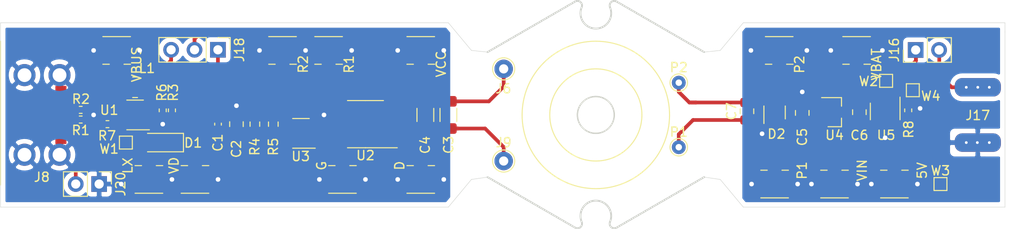
<source format=kicad_pcb>
(kicad_pcb (version 20171130) (host pcbnew "(5.1.10)-1")

  (general
    (thickness 1.6)
    (drawings 30)
    (tracks 294)
    (zones 0)
    (modules 49)
    (nets 23)
  )

  (page A4)
  (layers
    (0 F.Cu signal)
    (31 B.Cu signal)
    (32 B.Adhes user hide)
    (33 F.Adhes user hide)
    (34 B.Paste user hide)
    (35 F.Paste user hide)
    (36 B.SilkS user)
    (37 F.SilkS user)
    (38 B.Mask user hide)
    (39 F.Mask user hide)
    (40 Dwgs.User user hide)
    (41 Cmts.User user hide)
    (42 Eco1.User user)
    (43 Eco2.User user hide)
    (44 Edge.Cuts user)
    (45 Margin user hide)
    (46 B.CrtYd user hide)
    (47 F.CrtYd user hide)
    (48 B.Fab user hide)
    (49 F.Fab user hide)
  )

  (setup
    (last_trace_width 0.25)
    (trace_clearance 0.2)
    (zone_clearance 0.508)
    (zone_45_only no)
    (trace_min 0.2)
    (via_size 0.8)
    (via_drill 0.4)
    (via_min_size 0.4)
    (via_min_drill 0.3)
    (uvia_size 0.3)
    (uvia_drill 0.1)
    (uvias_allowed no)
    (uvia_min_size 0.2)
    (uvia_min_drill 0.1)
    (edge_width 0.05)
    (segment_width 0.2)
    (pcb_text_width 0.3)
    (pcb_text_size 1.5 1.5)
    (mod_edge_width 0.12)
    (mod_text_size 1 1)
    (mod_text_width 0.15)
    (pad_size 1.524 1.524)
    (pad_drill 0.762)
    (pad_to_mask_clearance 0)
    (aux_axis_origin 0 0)
    (visible_elements 7FFFFF7F)
    (pcbplotparams
      (layerselection 0x010fc_ffffffff)
      (usegerberextensions false)
      (usegerberattributes true)
      (usegerberadvancedattributes true)
      (creategerberjobfile true)
      (excludeedgelayer true)
      (linewidth 0.100000)
      (plotframeref false)
      (viasonmask false)
      (mode 1)
      (useauxorigin false)
      (hpglpennumber 1)
      (hpglpenspeed 20)
      (hpglpendiameter 15.000000)
      (psnegative false)
      (psa4output false)
      (plotreference true)
      (plotvalue true)
      (plotinvisibletext false)
      (padsonsilk false)
      (subtractmaskfromsilk false)
      (outputformat 1)
      (mirror false)
      (drillshape 0)
      (scaleselection 1)
      (outputdirectory "Gerber"))
  )

  (net 0 "")
  (net 1 GND)
  (net 2 VBUS)
  (net 3 "Net-(C3-Pad1)")
  (net 4 GNDREF)
  (net 5 "Net-(C5-Pad1)")
  (net 6 +5V)
  (net 7 +BATT)
  (net 8 "Net-(R3-Pad1)")
  (net 9 /STAT)
  (net 10 VCC)
  (net 11 "Net-(C7-Pad2)")
  (net 12 "Net-(C7-Pad1)")
  (net 13 "Net-(D1-Pad2)")
  (net 14 VD)
  (net 15 "Net-(J5-Pad1)")
  (net 16 "Net-(J7-Pad1)")
  (net 17 "Net-(J8-PadA5)")
  (net 18 "Net-(J8-PadB5)")
  (net 19 "Net-(J10-Pad1)")
  (net 20 "Net-(J16-Pad2)")
  (net 21 "Net-(R7-Pad2)")
  (net 22 "Net-(R8-Pad1)")

  (net_class Default "This is the default net class."
    (clearance 0.2)
    (trace_width 0.25)
    (via_dia 0.8)
    (via_drill 0.4)
    (uvia_dia 0.3)
    (uvia_drill 0.1)
    (add_net /STAT)
    (add_net "Net-(J10-Pad1)")
    (add_net "Net-(J5-Pad1)")
    (add_net "Net-(J7-Pad1)")
    (add_net "Net-(J8-PadA5)")
    (add_net "Net-(J8-PadB5)")
    (add_net "Net-(R3-Pad1)")
    (add_net "Net-(R7-Pad2)")
    (add_net "Net-(R8-Pad1)")
  )

  (net_class Power ""
    (clearance 0.2)
    (trace_width 0.4)
    (via_dia 1)
    (via_drill 0.5)
    (uvia_dia 0.3)
    (uvia_drill 0.1)
    (add_net +5V)
    (add_net +BATT)
    (add_net GND)
    (add_net GNDREF)
    (add_net "Net-(C3-Pad1)")
    (add_net "Net-(C5-Pad1)")
    (add_net "Net-(C7-Pad1)")
    (add_net "Net-(C7-Pad2)")
    (add_net "Net-(D1-Pad2)")
    (add_net "Net-(J16-Pad2)")
    (add_net VBUS)
    (add_net VCC)
    (add_net VD)
  )

  (module Pixels-dice:USB-C-SMD_10P-P1.00-L6.8-W8.9 (layer F.Cu) (tedit 61E0D4CC) (tstamp 616A5DB8)
    (at 84.9 55 180)
    (path /607B35F9)
    (attr smd)
    (fp_text reference J8 (at 0.02 -6.75) (layer F.SilkS)
      (effects (font (size 1 1) (thickness 0.15)))
    )
    (fp_text value USB_C_Receptacle_USB2.0 (at 0.1 -7) (layer F.Fab)
      (effects (font (size 1 1) (thickness 0.15)))
    )
    (fp_line (start 4.5 8) (end 4.5 -7.6) (layer F.SilkS) (width 0.12))
    (pad B12 smd rect (at -2.05 2.75 270) (size 0.8 1.2) (layers F.Cu F.Paste F.Mask)
      (net 1 GND))
    (pad B9 smd rect (at -2.05 1.52 270) (size 0.8 1.2) (layers F.Cu F.Paste F.Mask)
      (net 2 VBUS))
    (pad A5 smd rect (at -2.05 0.5 270) (size 0.8 1.2) (layers F.Cu F.Paste F.Mask)
      (net 17 "Net-(J8-PadA5)"))
    (pad B5 smd rect (at -2.05 -0.5 270) (size 0.8 1.2) (layers F.Cu F.Paste F.Mask)
      (net 18 "Net-(J8-PadB5)"))
    (pad A9 smd rect (at -2.05 -1.52 270) (size 0.8 1.2) (layers F.Cu F.Paste F.Mask)
      (net 2 VBUS))
    (pad A12 smd rect (at -2.05 -2.75 270) (size 0.8 1.2) (layers F.Cu F.Paste F.Mask)
      (net 1 GND))
    (pad S1 thru_hole circle (at 1.9 4.32 270) (size 2.4 2.4) (drill 1.5) (layers *.Cu *.Mask)
      (net 1 GND))
    (pad S1 thru_hole circle (at 1.9 -4.32 270) (size 2.4 2.4) (drill 1.5) (layers *.Cu *.Mask)
      (net 1 GND))
    (pad S1 thru_hole circle (at -1.9 4.32 270) (size 2.4 2.4) (drill 1.5) (layers *.Cu *.Mask)
      (net 1 GND))
    (pad S1 thru_hole circle (at -1.9 -4.32 270) (size 2.4 2.4) (drill 1.5) (layers *.Cu *.Mask)
      (net 1 GND))
    (model "C:/Projects/Pixels-dice/Electrical/Footprints/Step Files/TYPE-C-31-M-17.step"
      (offset (xyz -4.7 4.5 0))
      (scale (xyz 1 1 1))
      (rotate (xyz 0 0 90))
    )
  )

  (module "Pixels-dice:U.FL-R-SMT-1(80)" (layer F.Cu) (tedit 61E0D483) (tstamp 61E0DADD)
    (at 111 49.5 270)
    (path /621FDD08)
    (attr smd)
    (fp_text reference J10 (at 0 3.3 90) (layer F.SilkS) hide
      (effects (font (size 1 1) (thickness 0.15)))
    )
    (fp_text value R2 (at 0 -2.24 90) (layer F.SilkS)
      (effects (font (size 1 1) (thickness 0.15)))
    )
    (fp_line (start -3 -1.5) (end -3 1.5) (layer F.SilkS) (width 0.12))
    (fp_line (start 0 1.5) (end 0 0.8) (layer F.SilkS) (width 0.12))
    (fp_line (start 0 -1.5) (end 0 -0.8) (layer F.SilkS) (width 0.12))
    (pad 1 smd rect (at 0.025 0) (size 1 1.05) (layers F.Cu F.Paste F.Mask)
      (net 19 "Net-(J10-Pad1)"))
    (pad 2 smd rect (at -1.5 -1.575) (size 1.05 2.2) (layers F.Cu F.Paste F.Mask)
      (net 1 GND))
    (pad 2 smd rect (at -1.5 1.575) (size 1.05 2.2) (layers F.Cu F.Paste F.Mask)
      (net 1 GND))
  )

  (module "Pixels-dice:U.FL-R-SMT-1(80)" (layer F.Cu) (tedit 61E0D483) (tstamp 61E0DA9C)
    (at 101.5 60.5 90)
    (path /621CBCEF)
    (attr smd)
    (fp_text reference J3 (at 0 3.3 90) (layer F.SilkS) hide
      (effects (font (size 1 1) (thickness 0.15)))
    )
    (fp_text value VD (at 0.01 -2.29 90) (layer F.SilkS)
      (effects (font (size 1 1) (thickness 0.15)))
    )
    (fp_line (start -3 -1.5) (end -3 1.5) (layer F.SilkS) (width 0.12))
    (fp_line (start 0 1.5) (end 0 0.8) (layer F.SilkS) (width 0.12))
    (fp_line (start 0 -1.5) (end 0 -0.8) (layer F.SilkS) (width 0.12))
    (pad 1 smd rect (at 0.025 0 180) (size 1 1.05) (layers F.Cu F.Paste F.Mask)
      (net 14 VD))
    (pad 2 smd rect (at -1.5 -1.575 180) (size 1.05 2.2) (layers F.Cu F.Paste F.Mask)
      (net 1 GND))
    (pad 2 smd rect (at -1.5 1.575 180) (size 1.05 2.2) (layers F.Cu F.Paste F.Mask)
      (net 1 GND))
  )

  (module "Pixels-dice:U.FL-R-SMT-1(80)" (layer F.Cu) (tedit 61E0D483) (tstamp 61E0DA92)
    (at 96.5 60.5 90)
    (path /6214CD56)
    (attr smd)
    (fp_text reference J2 (at 0 3.3 90) (layer F.SilkS) hide
      (effects (font (size 1 1) (thickness 0.15)))
    )
    (fp_text value LX (at -0.01 -2.29 90) (layer F.SilkS)
      (effects (font (size 1 1) (thickness 0.15)))
    )
    (fp_line (start -3 -1.5) (end -3 1.5) (layer F.SilkS) (width 0.12))
    (fp_line (start 0 1.5) (end 0 0.8) (layer F.SilkS) (width 0.12))
    (fp_line (start 0 -1.5) (end 0 -0.8) (layer F.SilkS) (width 0.12))
    (pad 1 smd rect (at 0.025 0 180) (size 1 1.05) (layers F.Cu F.Paste F.Mask)
      (net 13 "Net-(D1-Pad2)"))
    (pad 2 smd rect (at -1.5 -1.575 180) (size 1.05 2.2) (layers F.Cu F.Paste F.Mask)
      (net 1 GND))
    (pad 2 smd rect (at -1.5 1.575 180) (size 1.05 2.2) (layers F.Cu F.Paste F.Mask)
      (net 1 GND))
  )

  (module "Pixels-dice:U.FL-R-SMT-1(80)" (layer F.Cu) (tedit 61E0D483) (tstamp 616A85C3)
    (at 164.4 61 90)
    (path /617523B5)
    (attr smd)
    (fp_text reference J12 (at 0 2.99 90) (layer F.SilkS) hide
      (effects (font (size 1 1) (thickness 0.15)))
    )
    (fp_text value P1 (at -0.03 2.98 90) (layer F.SilkS)
      (effects (font (size 1 1) (thickness 0.15)))
    )
    (fp_line (start -3 -1.5) (end -3 1.5) (layer F.SilkS) (width 0.12))
    (fp_line (start 0 1.5) (end 0 0.8) (layer F.SilkS) (width 0.12))
    (fp_line (start 0 -1.5) (end 0 -0.8) (layer F.SilkS) (width 0.12))
    (pad 1 smd rect (at 0.025 0 180) (size 1 1.05) (layers F.Cu F.Paste F.Mask)
      (net 12 "Net-(C7-Pad1)"))
    (pad 2 smd rect (at -1.5 -1.575 180) (size 1.05 2.2) (layers F.Cu F.Paste F.Mask)
      (net 4 GNDREF))
    (pad 2 smd rect (at -1.5 1.575 180) (size 1.05 2.2) (layers F.Cu F.Paste F.Mask)
      (net 4 GNDREF))
  )

  (module "Pixels-dice:U.FL-R-SMT-1(80)" (layer F.Cu) (tedit 61E0D483) (tstamp 6179C24B)
    (at 126 49.5 270)
    (path /617EC4D5)
    (attr smd)
    (fp_text reference J4 (at 2 2.3 90) (layer F.SilkS) hide
      (effects (font (size 1 1) (thickness 0.15)))
    )
    (fp_text value VCC (at -0.02 -2.21 90) (layer F.SilkS)
      (effects (font (size 1 1) (thickness 0.15)))
    )
    (fp_line (start -3 -1.5) (end -3 1.5) (layer F.SilkS) (width 0.12))
    (fp_line (start 0 1.5) (end 0 0.8) (layer F.SilkS) (width 0.12))
    (fp_line (start 0 -1.5) (end 0 -0.8) (layer F.SilkS) (width 0.12))
    (pad 1 smd rect (at 0.025 0) (size 1 1.05) (layers F.Cu F.Paste F.Mask)
      (net 10 VCC))
    (pad 2 smd rect (at -1.5 -1.575) (size 1.05 2.2) (layers F.Cu F.Paste F.Mask)
      (net 1 GND))
    (pad 2 smd rect (at -1.5 1.575) (size 1.05 2.2) (layers F.Cu F.Paste F.Mask)
      (net 1 GND))
  )

  (module "Pixels-dice:U.FL-R-SMT-1(80)" (layer F.Cu) (tedit 61E0D483) (tstamp 6179C255)
    (at 116 49.5 270)
    (path /617C303A)
    (attr smd)
    (fp_text reference J7 (at 1.9 2.3 90) (layer F.SilkS) hide
      (effects (font (size 1 1) (thickness 0.15)))
    )
    (fp_text value R1 (at 0.01 -2.22 90) (layer F.SilkS)
      (effects (font (size 1 1) (thickness 0.15)))
    )
    (fp_line (start -3 -1.5) (end -3 1.5) (layer F.SilkS) (width 0.12))
    (fp_line (start 0 1.5) (end 0 0.8) (layer F.SilkS) (width 0.12))
    (fp_line (start 0 -1.5) (end 0 -0.8) (layer F.SilkS) (width 0.12))
    (pad 1 smd rect (at 0.025 0) (size 1 1.05) (layers F.Cu F.Paste F.Mask)
      (net 16 "Net-(J7-Pad1)"))
    (pad 2 smd rect (at -1.5 -1.575) (size 1.05 2.2) (layers F.Cu F.Paste F.Mask)
      (net 1 GND))
    (pad 2 smd rect (at -1.5 1.575) (size 1.05 2.2) (layers F.Cu F.Paste F.Mask)
      (net 1 GND))
  )

  (module "Pixels-dice:U.FL-R-SMT-1(80)" (layer F.Cu) (tedit 61E0D483) (tstamp 6179C25F)
    (at 173.3 49.5 270)
    (path /617F9306)
    (attr smd)
    (fp_text reference J15 (at -0.4 3.1 90) (layer F.SilkS) hide
      (effects (font (size 1 1) (thickness 0.15)))
    )
    (fp_text value VBAT (at 0.01 -2.16 90) (layer F.SilkS)
      (effects (font (size 1 1) (thickness 0.15)))
    )
    (fp_line (start -3 -1.5) (end -3 1.5) (layer F.SilkS) (width 0.12))
    (fp_line (start 0 1.5) (end 0 0.8) (layer F.SilkS) (width 0.12))
    (fp_line (start 0 -1.5) (end 0 -0.8) (layer F.SilkS) (width 0.12))
    (pad 1 smd rect (at 0.025 0) (size 1 1.05) (layers F.Cu F.Paste F.Mask)
      (net 7 +BATT))
    (pad 2 smd rect (at -1.5 -1.575) (size 1.05 2.2) (layers F.Cu F.Paste F.Mask)
      (net 4 GNDREF))
    (pad 2 smd rect (at -1.5 1.575) (size 1.05 2.2) (layers F.Cu F.Paste F.Mask)
      (net 4 GNDREF))
  )

  (module "Pixels-dice:U.FL-R-SMT-1(80)" (layer F.Cu) (tedit 61E0D483) (tstamp 61E0F7EA)
    (at 117.5 60.5 90)
    (path /617BDE3E)
    (attr smd)
    (fp_text reference J5 (at -3.7 -1 90) (layer F.SilkS) hide
      (effects (font (size 1 1) (thickness 0.15)))
    )
    (fp_text value G (at -0.01 -2.26 90) (layer F.SilkS)
      (effects (font (size 1 1) (thickness 0.15)))
    )
    (fp_line (start -3 -1.5) (end -3 1.5) (layer F.SilkS) (width 0.12))
    (fp_line (start 0 1.5) (end 0 0.8) (layer F.SilkS) (width 0.12))
    (fp_line (start 0 -1.5) (end 0 -0.8) (layer F.SilkS) (width 0.12))
    (pad 1 smd rect (at 0.025 0 180) (size 1 1.05) (layers F.Cu F.Paste F.Mask)
      (net 15 "Net-(J5-Pad1)"))
    (pad 2 smd rect (at -1.5 -1.575 180) (size 1.05 2.2) (layers F.Cu F.Paste F.Mask)
      (net 1 GND))
    (pad 2 smd rect (at -1.5 1.575 180) (size 1.05 2.2) (layers F.Cu F.Paste F.Mask)
      (net 1 GND))
  )

  (module "Pixels-dice:U.FL-R-SMT-1(80)" (layer F.Cu) (tedit 61E0D483) (tstamp 6179C17F)
    (at 93 49.5 270)
    (path /6181BD94)
    (attr smd)
    (fp_text reference J1 (at 1.5 2.3 90) (layer F.SilkS) hide
      (effects (font (size 1 1) (thickness 0.15)))
    )
    (fp_text value VBUS (at 0.01 -2.17 90) (layer F.SilkS)
      (effects (font (size 1 1) (thickness 0.15)))
    )
    (fp_line (start -3 -1.5) (end -3 1.5) (layer F.SilkS) (width 0.12))
    (fp_line (start 0 1.5) (end 0 0.8) (layer F.SilkS) (width 0.12))
    (fp_line (start 0 -1.5) (end 0 -0.8) (layer F.SilkS) (width 0.12))
    (pad 1 smd rect (at 0.025 0) (size 1 1.05) (layers F.Cu F.Paste F.Mask)
      (net 2 VBUS))
    (pad 2 smd rect (at -1.5 -1.575) (size 1.05 2.2) (layers F.Cu F.Paste F.Mask)
      (net 1 GND))
    (pad 2 smd rect (at -1.5 1.575) (size 1.05 2.2) (layers F.Cu F.Paste F.Mask)
      (net 1 GND))
  )

  (module "Pixels-dice:U.FL-R-SMT-1(80)" (layer F.Cu) (tedit 61E0D483) (tstamp 616A861F)
    (at 164.9 49.5 270)
    (path /61752F20)
    (attr smd)
    (fp_text reference J19 (at 0.01 3.08 90) (layer F.SilkS) hide
      (effects (font (size 1 1) (thickness 0.15)))
    )
    (fp_text value P2 (at 0.02 -2.21 90) (layer F.SilkS)
      (effects (font (size 1 1) (thickness 0.15)))
    )
    (fp_line (start -3 -1.5) (end -3 1.5) (layer F.SilkS) (width 0.12))
    (fp_line (start 0 1.5) (end 0 0.8) (layer F.SilkS) (width 0.12))
    (fp_line (start 0 -1.5) (end 0 -0.8) (layer F.SilkS) (width 0.12))
    (pad 1 smd rect (at 0.025 0) (size 1 1.05) (layers F.Cu F.Paste F.Mask)
      (net 11 "Net-(C7-Pad2)"))
    (pad 2 smd rect (at -1.5 -1.575) (size 1.05 2.2) (layers F.Cu F.Paste F.Mask)
      (net 4 GNDREF))
    (pad 2 smd rect (at -1.5 1.575) (size 1.05 2.2) (layers F.Cu F.Paste F.Mask)
      (net 4 GNDREF))
  )

  (module "Pixels-dice:U.FL-R-SMT-1(80)" (layer F.Cu) (tedit 61E0D483) (tstamp 616A85D7)
    (at 177.4 61 90)
    (path /61751A2C)
    (attr smd)
    (fp_text reference J14 (at 0.03 3 90) (layer F.SilkS) hide
      (effects (font (size 1 1) (thickness 0.15)))
    )
    (fp_text value 5V (at -0.04 3.01 90) (layer F.SilkS)
      (effects (font (size 1 1) (thickness 0.15)))
    )
    (fp_line (start -3 -1.5) (end -3 1.5) (layer F.SilkS) (width 0.12))
    (fp_line (start 0 1.5) (end 0 0.8) (layer F.SilkS) (width 0.12))
    (fp_line (start 0 -1.5) (end 0 -0.8) (layer F.SilkS) (width 0.12))
    (pad 1 smd rect (at 0.025 0 180) (size 1 1.05) (layers F.Cu F.Paste F.Mask)
      (net 6 +5V))
    (pad 2 smd rect (at -1.5 -1.575 180) (size 1.05 2.2) (layers F.Cu F.Paste F.Mask)
      (net 4 GNDREF))
    (pad 2 smd rect (at -1.5 1.575 180) (size 1.05 2.2) (layers F.Cu F.Paste F.Mask)
      (net 4 GNDREF))
  )

  (module "Pixels-dice:U.FL-R-SMT-1(80)" (layer F.Cu) (tedit 61E0D483) (tstamp 616A85CD)
    (at 170.9 61 90)
    (path /6174F9EA)
    (attr smd)
    (fp_text reference J13 (at 0.03 3 90) (layer F.SilkS) hide
      (effects (font (size 1 1) (thickness 0.15)))
    )
    (fp_text value VIN (at 0 3 90) (layer F.SilkS)
      (effects (font (size 1 1) (thickness 0.15)))
    )
    (fp_line (start -3 -1.5) (end -3 1.5) (layer F.SilkS) (width 0.12))
    (fp_line (start 0 1.5) (end 0 0.8) (layer F.SilkS) (width 0.12))
    (fp_line (start 0 -1.5) (end 0 -0.8) (layer F.SilkS) (width 0.12))
    (pad 1 smd rect (at 0.025 0 180) (size 1 1.05) (layers F.Cu F.Paste F.Mask)
      (net 5 "Net-(C5-Pad1)"))
    (pad 2 smd rect (at -1.5 -1.575 180) (size 1.05 2.2) (layers F.Cu F.Paste F.Mask)
      (net 4 GNDREF))
    (pad 2 smd rect (at -1.5 1.575 180) (size 1.05 2.2) (layers F.Cu F.Paste F.Mask)
      (net 4 GNDREF))
  )

  (module "Pixels-dice:U.FL-R-SMT-1(80)" (layer F.Cu) (tedit 61E0D483) (tstamp 616C0832)
    (at 126 60.5 90)
    (path /61709060)
    (attr smd)
    (fp_text reference J11 (at 1.5 2.3 90) (layer F.SilkS) hide
      (effects (font (size 1 1) (thickness 0.15)))
    )
    (fp_text value D (at 0 -2.29 90) (layer F.SilkS)
      (effects (font (size 1 1) (thickness 0.15)))
    )
    (fp_line (start -3 -1.5) (end -3 1.5) (layer F.SilkS) (width 0.12))
    (fp_line (start 0 1.5) (end 0 0.8) (layer F.SilkS) (width 0.12))
    (fp_line (start 0 -1.5) (end 0 -0.8) (layer F.SilkS) (width 0.12))
    (pad 1 smd rect (at 0.025 0 180) (size 1 1.05) (layers F.Cu F.Paste F.Mask)
      (net 3 "Net-(C3-Pad1)"))
    (pad 2 smd rect (at -1.5 -1.575 180) (size 1.05 2.2) (layers F.Cu F.Paste F.Mask)
      (net 1 GND))
    (pad 2 smd rect (at -1.5 1.575 180) (size 1.05 2.2) (layers F.Cu F.Paste F.Mask)
      (net 1 GND))
  )

  (module Connector_PinHeader_2.54mm:PinHeader_1x02_P2.54mm_Vertical (layer F.Cu) (tedit 59FED5CC) (tstamp 61E0F479)
    (at 91.1 62.5 270)
    (descr "Through hole straight pin header, 1x02, 2.54mm pitch, single row")
    (tags "Through hole pin header THT 1x02 2.54mm single row")
    (path /622858B7)
    (fp_text reference J20 (at 0 -2.33 90) (layer F.SilkS)
      (effects (font (size 1 1) (thickness 0.15)))
    )
    (fp_text value Conn_01x02 (at 0 4.87 90) (layer F.Fab)
      (effects (font (size 1 1) (thickness 0.15)))
    )
    (fp_line (start -0.635 -1.27) (end 1.27 -1.27) (layer F.Fab) (width 0.1))
    (fp_line (start 1.27 -1.27) (end 1.27 3.81) (layer F.Fab) (width 0.1))
    (fp_line (start 1.27 3.81) (end -1.27 3.81) (layer F.Fab) (width 0.1))
    (fp_line (start -1.27 3.81) (end -1.27 -0.635) (layer F.Fab) (width 0.1))
    (fp_line (start -1.27 -0.635) (end -0.635 -1.27) (layer F.Fab) (width 0.1))
    (fp_line (start -1.33 3.87) (end 1.33 3.87) (layer F.SilkS) (width 0.12))
    (fp_line (start -1.33 1.27) (end -1.33 3.87) (layer F.SilkS) (width 0.12))
    (fp_line (start 1.33 1.27) (end 1.33 3.87) (layer F.SilkS) (width 0.12))
    (fp_line (start -1.33 1.27) (end 1.33 1.27) (layer F.SilkS) (width 0.12))
    (fp_line (start -1.33 0) (end -1.33 -1.33) (layer F.SilkS) (width 0.12))
    (fp_line (start -1.33 -1.33) (end 0 -1.33) (layer F.SilkS) (width 0.12))
    (fp_line (start -1.8 -1.8) (end -1.8 4.35) (layer F.CrtYd) (width 0.05))
    (fp_line (start -1.8 4.35) (end 1.8 4.35) (layer F.CrtYd) (width 0.05))
    (fp_line (start 1.8 4.35) (end 1.8 -1.8) (layer F.CrtYd) (width 0.05))
    (fp_line (start 1.8 -1.8) (end -1.8 -1.8) (layer F.CrtYd) (width 0.05))
    (fp_text user %R (at 0 1.27) (layer F.Fab)
      (effects (font (size 1 1) (thickness 0.15)))
    )
    (pad 2 thru_hole oval (at 0 2.54 270) (size 1.7 1.7) (drill 1) (layers *.Cu *.Mask)
      (net 2 VBUS))
    (pad 1 thru_hole rect (at 0 0 270) (size 1.7 1.7) (drill 1) (layers *.Cu *.Mask)
      (net 1 GND))
    (model ${KISYS3DMOD}/Connector_PinHeader_2.54mm.3dshapes/PinHeader_1x02_P2.54mm_Vertical.wrl
      (at (xyz 0 0 0))
      (scale (xyz 1 1 1))
      (rotate (xyz 0 0 0))
    )
  )

  (module Connector_PinHeader_2.54mm:PinHeader_1x03_P2.54mm_Vertical (layer F.Cu) (tedit 59FED5CC) (tstamp 61E0DB62)
    (at 103.99 47.93 270)
    (descr "Through hole straight pin header, 1x03, 2.54mm pitch, single row")
    (tags "Through hole pin header THT 1x03 2.54mm single row")
    (path /620FB696)
    (fp_text reference J18 (at 0 -2.33 90) (layer F.SilkS)
      (effects (font (size 1 1) (thickness 0.15)))
    )
    (fp_text value Conn_01x03 (at 0 7.41 90) (layer F.Fab)
      (effects (font (size 1 1) (thickness 0.15)))
    )
    (fp_line (start -0.635 -1.27) (end 1.27 -1.27) (layer F.Fab) (width 0.1))
    (fp_line (start 1.27 -1.27) (end 1.27 6.35) (layer F.Fab) (width 0.1))
    (fp_line (start 1.27 6.35) (end -1.27 6.35) (layer F.Fab) (width 0.1))
    (fp_line (start -1.27 6.35) (end -1.27 -0.635) (layer F.Fab) (width 0.1))
    (fp_line (start -1.27 -0.635) (end -0.635 -1.27) (layer F.Fab) (width 0.1))
    (fp_line (start -1.33 6.41) (end 1.33 6.41) (layer F.SilkS) (width 0.12))
    (fp_line (start -1.33 1.27) (end -1.33 6.41) (layer F.SilkS) (width 0.12))
    (fp_line (start 1.33 1.27) (end 1.33 6.41) (layer F.SilkS) (width 0.12))
    (fp_line (start -1.33 1.27) (end 1.33 1.27) (layer F.SilkS) (width 0.12))
    (fp_line (start -1.33 0) (end -1.33 -1.33) (layer F.SilkS) (width 0.12))
    (fp_line (start -1.33 -1.33) (end 0 -1.33) (layer F.SilkS) (width 0.12))
    (fp_line (start -1.8 -1.8) (end -1.8 6.85) (layer F.CrtYd) (width 0.05))
    (fp_line (start -1.8 6.85) (end 1.8 6.85) (layer F.CrtYd) (width 0.05))
    (fp_line (start 1.8 6.85) (end 1.8 -1.8) (layer F.CrtYd) (width 0.05))
    (fp_line (start 1.8 -1.8) (end -1.8 -1.8) (layer F.CrtYd) (width 0.05))
    (fp_text user %R (at 0 2.54) (layer F.Fab)
      (effects (font (size 1 1) (thickness 0.15)))
    )
    (pad 3 thru_hole oval (at 0 5.08 270) (size 1.7 1.7) (drill 1) (layers *.Cu *.Mask)
      (net 2 VBUS))
    (pad 2 thru_hole oval (at 0 2.54 270) (size 1.7 1.7) (drill 1) (layers *.Cu *.Mask)
      (net 10 VCC))
    (pad 1 thru_hole rect (at 0 0 270) (size 1.7 1.7) (drill 1) (layers *.Cu *.Mask)
      (net 14 VD))
    (model ${KISYS3DMOD}/Connector_PinHeader_2.54mm.3dshapes/PinHeader_1x03_P2.54mm_Vertical.wrl
      (at (xyz 0 0 0))
      (scale (xyz 1 1 1))
      (rotate (xyz 0 0 0))
    )
  )

  (module Connector_PinHeader_2.54mm:PinHeader_1x02_P2.54mm_Vertical (layer F.Cu) (tedit 59FED5CC) (tstamp 616A6C99)
    (at 179.71 47.95 90)
    (descr "Through hole straight pin header, 1x02, 2.54mm pitch, single row")
    (tags "Through hole pin header THT 1x02 2.54mm single row")
    (path /616CA6C3)
    (fp_text reference J16 (at 0 -2.33 90) (layer F.SilkS)
      (effects (font (size 1 1) (thickness 0.15)))
    )
    (fp_text value Conn_01x02 (at 0 4.87 90) (layer F.Fab)
      (effects (font (size 1 1) (thickness 0.15)))
    )
    (fp_line (start -0.635 -1.27) (end 1.27 -1.27) (layer F.Fab) (width 0.1))
    (fp_line (start 1.27 -1.27) (end 1.27 3.81) (layer F.Fab) (width 0.1))
    (fp_line (start 1.27 3.81) (end -1.27 3.81) (layer F.Fab) (width 0.1))
    (fp_line (start -1.27 3.81) (end -1.27 -0.635) (layer F.Fab) (width 0.1))
    (fp_line (start -1.27 -0.635) (end -0.635 -1.27) (layer F.Fab) (width 0.1))
    (fp_line (start -1.33 3.87) (end 1.33 3.87) (layer F.SilkS) (width 0.12))
    (fp_line (start -1.33 1.27) (end -1.33 3.87) (layer F.SilkS) (width 0.12))
    (fp_line (start 1.33 1.27) (end 1.33 3.87) (layer F.SilkS) (width 0.12))
    (fp_line (start -1.33 1.27) (end 1.33 1.27) (layer F.SilkS) (width 0.12))
    (fp_line (start -1.33 0) (end -1.33 -1.33) (layer F.SilkS) (width 0.12))
    (fp_line (start -1.33 -1.33) (end 0 -1.33) (layer F.SilkS) (width 0.12))
    (fp_line (start -1.8 -1.8) (end -1.8 4.35) (layer F.CrtYd) (width 0.05))
    (fp_line (start -1.8 4.35) (end 1.8 4.35) (layer F.CrtYd) (width 0.05))
    (fp_line (start 1.8 4.35) (end 1.8 -1.8) (layer F.CrtYd) (width 0.05))
    (fp_line (start 1.8 -1.8) (end -1.8 -1.8) (layer F.CrtYd) (width 0.05))
    (fp_text user %R (at 0 1.27) (layer F.Fab)
      (effects (font (size 1 1) (thickness 0.15)))
    )
    (pad 2 thru_hole oval (at 0 2.54 90) (size 1.7 1.7) (drill 1) (layers *.Cu *.Mask)
      (net 20 "Net-(J16-Pad2)"))
    (pad 1 thru_hole rect (at 0 0 90) (size 1.7 1.7) (drill 1) (layers *.Cu *.Mask)
      (net 7 +BATT))
    (model ${KISYS3DMOD}/Connector_PinHeader_2.54mm.3dshapes/PinHeader_1x02_P2.54mm_Vertical.wrl
      (at (xyz 0 0 0))
      (scale (xyz 1 1 1))
      (rotate (xyz 0 0 0))
    )
  )

  (module TestPoint:TestPoint_Pad_1.0x1.0mm (layer F.Cu) (tedit 5A0F774F) (tstamp 61E0DC9A)
    (at 94 58)
    (descr "SMD rectangular pad as test Point, square 1.0mm side length")
    (tags "test point SMD pad rectangle square")
    (path /6214DD56)
    (attr virtual)
    (fp_text reference W1 (at -1.82 0.69) (layer F.SilkS)
      (effects (font (size 1 1) (thickness 0.15)))
    )
    (fp_text value OC (at 0 1.55) (layer F.Fab)
      (effects (font (size 1 1) (thickness 0.15)))
    )
    (fp_line (start 1 1) (end -1 1) (layer F.CrtYd) (width 0.05))
    (fp_line (start 1 1) (end 1 -1) (layer F.CrtYd) (width 0.05))
    (fp_line (start -1 -1) (end -1 1) (layer F.CrtYd) (width 0.05))
    (fp_line (start -1 -1) (end 1 -1) (layer F.CrtYd) (width 0.05))
    (fp_line (start -0.7 0.7) (end -0.7 -0.7) (layer F.SilkS) (width 0.12))
    (fp_line (start 0.7 0.7) (end -0.7 0.7) (layer F.SilkS) (width 0.12))
    (fp_line (start 0.7 -0.7) (end 0.7 0.7) (layer F.SilkS) (width 0.12))
    (fp_line (start -0.7 -0.7) (end 0.7 -0.7) (layer F.SilkS) (width 0.12))
    (fp_text user %R (at 0 -1.45) (layer F.Fab)
      (effects (font (size 1 1) (thickness 0.15)))
    )
    (pad 1 smd rect (at 0 0) (size 1 1) (layers F.Cu F.Mask)
      (net 21 "Net-(R7-Pad2)"))
  )

  (module Package_TO_SOT_SMD:SOT-23-6 (layer F.Cu) (tedit 5A02FF57) (tstamp 61E0DC64)
    (at 113 57 180)
    (descr "6-pin SOT-23 package")
    (tags SOT-23-6)
    (path /61E19B7B)
    (attr smd)
    (fp_text reference U3 (at 0.03 -2.5) (layer F.SilkS)
      (effects (font (size 1 1) (thickness 0.15)))
    )
    (fp_text value XKT001 (at 0 2.9) (layer F.Fab)
      (effects (font (size 1 1) (thickness 0.15)))
    )
    (fp_line (start 0.9 -1.55) (end 0.9 1.55) (layer F.Fab) (width 0.1))
    (fp_line (start 0.9 1.55) (end -0.9 1.55) (layer F.Fab) (width 0.1))
    (fp_line (start -0.9 -0.9) (end -0.9 1.55) (layer F.Fab) (width 0.1))
    (fp_line (start 0.9 -1.55) (end -0.25 -1.55) (layer F.Fab) (width 0.1))
    (fp_line (start -0.9 -0.9) (end -0.25 -1.55) (layer F.Fab) (width 0.1))
    (fp_line (start -1.9 -1.8) (end -1.9 1.8) (layer F.CrtYd) (width 0.05))
    (fp_line (start -1.9 1.8) (end 1.9 1.8) (layer F.CrtYd) (width 0.05))
    (fp_line (start 1.9 1.8) (end 1.9 -1.8) (layer F.CrtYd) (width 0.05))
    (fp_line (start 1.9 -1.8) (end -1.9 -1.8) (layer F.CrtYd) (width 0.05))
    (fp_line (start 0.9 -1.61) (end -1.55 -1.61) (layer F.SilkS) (width 0.12))
    (fp_line (start -0.9 1.61) (end 0.9 1.61) (layer F.SilkS) (width 0.12))
    (fp_text user %R (at 0 0 90) (layer F.Fab)
      (effects (font (size 0.5 0.5) (thickness 0.075)))
    )
    (pad 5 smd rect (at 1.1 0 180) (size 1.06 0.65) (layers F.Cu F.Paste F.Mask)
      (net 16 "Net-(J7-Pad1)"))
    (pad 6 smd rect (at 1.1 -0.95 180) (size 1.06 0.65) (layers F.Cu F.Paste F.Mask)
      (net 10 VCC))
    (pad 4 smd rect (at 1.1 0.95 180) (size 1.06 0.65) (layers F.Cu F.Paste F.Mask)
      (net 19 "Net-(J10-Pad1)"))
    (pad 3 smd rect (at -1.1 0.95 180) (size 1.06 0.65) (layers F.Cu F.Paste F.Mask)
      (net 1 GND))
    (pad 2 smd rect (at -1.1 0 180) (size 1.06 0.65) (layers F.Cu F.Paste F.Mask)
      (net 15 "Net-(J5-Pad1)"))
    (pad 1 smd rect (at -1.1 -0.95 180) (size 1.06 0.65) (layers F.Cu F.Paste F.Mask)
      (net 10 VCC))
    (model ${KISYS3DMOD}/Package_TO_SOT_SMD.3dshapes/SOT-23-6.wrl
      (at (xyz 0 0 0))
      (scale (xyz 1 1 1))
      (rotate (xyz 0 0 0))
    )
  )

  (module Package_SO:SO-8_3.9x4.9mm_P1.27mm (layer F.Cu) (tedit 5D9F72B1) (tstamp 61E0DC4E)
    (at 120 56 180)
    (descr "SO, 8 Pin (https://www.nxp.com/docs/en/data-sheet/PCF8523.pdf), generated with kicad-footprint-generator ipc_gullwing_generator.py")
    (tags "SO SO")
    (path /61E1A636)
    (attr smd)
    (fp_text reference U2 (at 0 -3.4) (layer F.SilkS)
      (effects (font (size 1 1) (thickness 0.15)))
    )
    (fp_text value XKT335 (at 0 3.4) (layer F.Fab)
      (effects (font (size 1 1) (thickness 0.15)))
    )
    (fp_line (start 3.7 -2.7) (end -3.7 -2.7) (layer F.CrtYd) (width 0.05))
    (fp_line (start 3.7 2.7) (end 3.7 -2.7) (layer F.CrtYd) (width 0.05))
    (fp_line (start -3.7 2.7) (end 3.7 2.7) (layer F.CrtYd) (width 0.05))
    (fp_line (start -3.7 -2.7) (end -3.7 2.7) (layer F.CrtYd) (width 0.05))
    (fp_line (start -1.95 -1.475) (end -0.975 -2.45) (layer F.Fab) (width 0.1))
    (fp_line (start -1.95 2.45) (end -1.95 -1.475) (layer F.Fab) (width 0.1))
    (fp_line (start 1.95 2.45) (end -1.95 2.45) (layer F.Fab) (width 0.1))
    (fp_line (start 1.95 -2.45) (end 1.95 2.45) (layer F.Fab) (width 0.1))
    (fp_line (start -0.975 -2.45) (end 1.95 -2.45) (layer F.Fab) (width 0.1))
    (fp_line (start 0 -2.56) (end -3.45 -2.56) (layer F.SilkS) (width 0.12))
    (fp_line (start 0 -2.56) (end 1.95 -2.56) (layer F.SilkS) (width 0.12))
    (fp_line (start 0 2.56) (end -1.95 2.56) (layer F.SilkS) (width 0.12))
    (fp_line (start 0 2.56) (end 1.95 2.56) (layer F.SilkS) (width 0.12))
    (fp_text user %R (at 0 0) (layer F.Fab)
      (effects (font (size 0.98 0.98) (thickness 0.15)))
    )
    (pad 8 smd roundrect (at 2.575 -1.905 180) (size 1.75 0.6) (layers F.Cu F.Paste F.Mask) (roundrect_rratio 0.25)
      (net 15 "Net-(J5-Pad1)"))
    (pad 7 smd roundrect (at 2.575 -0.635 180) (size 1.75 0.6) (layers F.Cu F.Paste F.Mask) (roundrect_rratio 0.25)
      (net 1 GND))
    (pad 6 smd roundrect (at 2.575 0.635 180) (size 1.75 0.6) (layers F.Cu F.Paste F.Mask) (roundrect_rratio 0.25)
      (net 1 GND))
    (pad 5 smd roundrect (at 2.575 1.905 180) (size 1.75 0.6) (layers F.Cu F.Paste F.Mask) (roundrect_rratio 0.25)
      (net 1 GND))
    (pad 4 smd roundrect (at -2.575 1.905 180) (size 1.75 0.6) (layers F.Cu F.Paste F.Mask) (roundrect_rratio 0.25)
      (net 3 "Net-(C3-Pad1)"))
    (pad 3 smd roundrect (at -2.575 0.635 180) (size 1.75 0.6) (layers F.Cu F.Paste F.Mask) (roundrect_rratio 0.25)
      (net 3 "Net-(C3-Pad1)"))
    (pad 2 smd roundrect (at -2.575 -0.635 180) (size 1.75 0.6) (layers F.Cu F.Paste F.Mask) (roundrect_rratio 0.25)
      (net 3 "Net-(C3-Pad1)"))
    (pad 1 smd roundrect (at -2.575 -1.905 180) (size 1.75 0.6) (layers F.Cu F.Paste F.Mask) (roundrect_rratio 0.25)
      (net 3 "Net-(C3-Pad1)"))
    (model ${KISYS3DMOD}/Package_SO.3dshapes/SO-8_3.9x4.9mm_P1.27mm.wrl
      (at (xyz 0 0 0))
      (scale (xyz 1 1 1))
      (rotate (xyz 0 0 0))
    )
  )

  (module Pixels-dice:SOT-23-6 (layer F.Cu) (tedit 607DDDF9) (tstamp 61E0DC34)
    (at 95 55)
    (descr "6-pin SOT-23 package")
    (tags SOT-23-6)
    (path /607BB940)
    (attr smd)
    (fp_text reference U1 (at -2.81 -0.52 180) (layer F.SilkS)
      (effects (font (size 1 1) (thickness 0.15)))
    )
    (fp_text value FP6291 (at 0 -2.9 180) (layer F.Fab)
      (effects (font (size 1 1) (thickness 0.15)))
    )
    (fp_line (start 0.9 -1.61) (end -0.9 -1.61) (layer F.SilkS) (width 0.12))
    (fp_line (start -0.9 1.61) (end 1.55 1.61) (layer F.SilkS) (width 0.12))
    (fp_line (start -1.9 1.8) (end 1.9 1.8) (layer F.CrtYd) (width 0.05))
    (fp_line (start -1.9 -1.8) (end -1.9 1.8) (layer F.CrtYd) (width 0.05))
    (fp_line (start 1.9 -1.8) (end -1.9 -1.8) (layer F.CrtYd) (width 0.05))
    (fp_line (start 1.9 1.8) (end 1.9 -1.8) (layer F.CrtYd) (width 0.05))
    (fp_line (start 0.9 0.9) (end 0.25 1.55) (layer F.Fab) (width 0.1))
    (fp_line (start -0.9 1.55) (end 0.25 1.55) (layer F.Fab) (width 0.1))
    (fp_line (start 0.9 0.9) (end 0.9 -1.55) (layer F.Fab) (width 0.1))
    (fp_line (start -0.9 -1.55) (end 0.9 -1.55) (layer F.Fab) (width 0.1))
    (fp_line (start -0.9 1.55) (end -0.9 -1.55) (layer F.Fab) (width 0.1))
    (fp_text user %R (at 0 0 270) (layer F.Fab)
      (effects (font (size 0.5 0.5) (thickness 0.075)))
    )
    (pad 5 smd rect (at -1.1 0 180) (size 1.06 0.65) (layers F.Cu F.Paste F.Mask)
      (net 2 VBUS))
    (pad 6 smd rect (at -1.1 0.95 180) (size 1.06 0.65) (layers F.Cu F.Paste F.Mask)
      (net 21 "Net-(R7-Pad2)"))
    (pad 4 smd rect (at -1.1 -0.95 180) (size 1.06 0.65) (layers F.Cu F.Paste F.Mask)
      (net 2 VBUS))
    (pad 3 smd rect (at 1.1 -0.95 180) (size 1.06 0.65) (layers F.Cu F.Paste F.Mask)
      (net 8 "Net-(R3-Pad1)"))
    (pad 2 smd rect (at 1.1 0 180) (size 1.06 0.65) (layers F.Cu F.Paste F.Mask)
      (net 1 GND))
    (pad 1 smd rect (at 1.1 0.95 180) (size 1.06 0.65) (layers F.Cu F.Paste F.Mask)
      (net 13 "Net-(D1-Pad2)"))
    (model ${KISYS3DMOD}/Package_TO_SOT_SMD.3dshapes/SOT-23-6.wrl
      (at (xyz 0 0 0))
      (scale (xyz 1 1 1))
      (rotate (xyz 0 0 0))
    )
  )

  (module Resistor_SMD:R_0402_1005Metric (layer F.Cu) (tedit 5F68FEEE) (tstamp 61E0DC0E)
    (at 92 56)
    (descr "Resistor SMD 0402 (1005 Metric), square (rectangular) end terminal, IPC_7351 nominal, (Body size source: IPC-SM-782 page 72, https://www.pcb-3d.com/wordpress/wp-content/uploads/ipc-sm-782a_amendment_1_and_2.pdf), generated with kicad-footprint-generator")
    (tags resistor)
    (path /607C04DE)
    (attr smd)
    (fp_text reference R7 (at -0.05 1.26) (layer F.SilkS)
      (effects (font (size 1 1) (thickness 0.15)))
    )
    (fp_text value "33k 1%" (at 0 1.17) (layer F.Fab)
      (effects (font (size 1 1) (thickness 0.15)))
    )
    (fp_line (start 0.93 0.47) (end -0.93 0.47) (layer F.CrtYd) (width 0.05))
    (fp_line (start 0.93 -0.47) (end 0.93 0.47) (layer F.CrtYd) (width 0.05))
    (fp_line (start -0.93 -0.47) (end 0.93 -0.47) (layer F.CrtYd) (width 0.05))
    (fp_line (start -0.93 0.47) (end -0.93 -0.47) (layer F.CrtYd) (width 0.05))
    (fp_line (start -0.153641 0.38) (end 0.153641 0.38) (layer F.SilkS) (width 0.12))
    (fp_line (start -0.153641 -0.38) (end 0.153641 -0.38) (layer F.SilkS) (width 0.12))
    (fp_line (start 0.525 0.27) (end -0.525 0.27) (layer F.Fab) (width 0.1))
    (fp_line (start 0.525 -0.27) (end 0.525 0.27) (layer F.Fab) (width 0.1))
    (fp_line (start -0.525 -0.27) (end 0.525 -0.27) (layer F.Fab) (width 0.1))
    (fp_line (start -0.525 0.27) (end -0.525 -0.27) (layer F.Fab) (width 0.1))
    (fp_text user %R (at 0 0) (layer F.Fab)
      (effects (font (size 0.26 0.26) (thickness 0.04)))
    )
    (pad 2 smd roundrect (at 0.51 0) (size 0.54 0.64) (layers F.Cu F.Paste F.Mask) (roundrect_rratio 0.25)
      (net 21 "Net-(R7-Pad2)"))
    (pad 1 smd roundrect (at -0.51 0) (size 0.54 0.64) (layers F.Cu F.Paste F.Mask) (roundrect_rratio 0.25)
      (net 1 GND))
    (model ${KISYS3DMOD}/Resistor_SMD.3dshapes/R_0402_1005Metric.wrl
      (at (xyz 0 0 0))
      (scale (xyz 1 1 1))
      (rotate (xyz 0 0 0))
    )
  )

  (module Resistor_SMD:R_0402_1005Metric (layer F.Cu) (tedit 5F68FEEE) (tstamp 61E0DBFD)
    (at 98 54.5 90)
    (descr "Resistor SMD 0402 (1005 Metric), square (rectangular) end terminal, IPC_7351 nominal, (Body size source: IPC-SM-782 page 72, https://www.pcb-3d.com/wordpress/wp-content/uploads/ipc-sm-782a_amendment_1_and_2.pdf), generated with kicad-footprint-generator")
    (tags resistor)
    (path /607C0D2F)
    (attr smd)
    (fp_text reference R6 (at 1.94 -0.1 90) (layer F.SilkS)
      (effects (font (size 1 1) (thickness 0.15)))
    )
    (fp_text value "6.8k 1%" (at 0 1.17 90) (layer F.Fab)
      (effects (font (size 1 1) (thickness 0.15)))
    )
    (fp_line (start 0.93 0.47) (end -0.93 0.47) (layer F.CrtYd) (width 0.05))
    (fp_line (start 0.93 -0.47) (end 0.93 0.47) (layer F.CrtYd) (width 0.05))
    (fp_line (start -0.93 -0.47) (end 0.93 -0.47) (layer F.CrtYd) (width 0.05))
    (fp_line (start -0.93 0.47) (end -0.93 -0.47) (layer F.CrtYd) (width 0.05))
    (fp_line (start -0.153641 0.38) (end 0.153641 0.38) (layer F.SilkS) (width 0.12))
    (fp_line (start -0.153641 -0.38) (end 0.153641 -0.38) (layer F.SilkS) (width 0.12))
    (fp_line (start 0.525 0.27) (end -0.525 0.27) (layer F.Fab) (width 0.1))
    (fp_line (start 0.525 -0.27) (end 0.525 0.27) (layer F.Fab) (width 0.1))
    (fp_line (start -0.525 -0.27) (end 0.525 -0.27) (layer F.Fab) (width 0.1))
    (fp_line (start -0.525 0.27) (end -0.525 -0.27) (layer F.Fab) (width 0.1))
    (fp_text user %R (at 0 0 90) (layer F.Fab)
      (effects (font (size 0.26 0.26) (thickness 0.04)))
    )
    (pad 2 smd roundrect (at 0.51 0 90) (size 0.54 0.64) (layers F.Cu F.Paste F.Mask) (roundrect_rratio 0.25)
      (net 8 "Net-(R3-Pad1)"))
    (pad 1 smd roundrect (at -0.51 0 90) (size 0.54 0.64) (layers F.Cu F.Paste F.Mask) (roundrect_rratio 0.25)
      (net 1 GND))
    (model ${KISYS3DMOD}/Resistor_SMD.3dshapes/R_0402_1005Metric.wrl
      (at (xyz 0 0 0))
      (scale (xyz 1 1 1))
      (rotate (xyz 0 0 0))
    )
  )

  (module Resistor_SMD:R_0603_1608Metric (layer F.Cu) (tedit 5F68FEEE) (tstamp 61E0DBEC)
    (at 110 56 270)
    (descr "Resistor SMD 0603 (1608 Metric), square (rectangular) end terminal, IPC_7351 nominal, (Body size source: IPC-SM-782 page 72, https://www.pcb-3d.com/wordpress/wp-content/uploads/ipc-sm-782a_amendment_1_and_2.pdf), generated with kicad-footprint-generator")
    (tags resistor)
    (path /61E264DF)
    (attr smd)
    (fp_text reference R5 (at 2.45 0 90) (layer F.SilkS)
      (effects (font (size 1 1) (thickness 0.15)))
    )
    (fp_text value "84.5k 1%" (at 0 1.43 90) (layer F.Fab)
      (effects (font (size 1 1) (thickness 0.15)))
    )
    (fp_line (start 1.48 0.73) (end -1.48 0.73) (layer F.CrtYd) (width 0.05))
    (fp_line (start 1.48 -0.73) (end 1.48 0.73) (layer F.CrtYd) (width 0.05))
    (fp_line (start -1.48 -0.73) (end 1.48 -0.73) (layer F.CrtYd) (width 0.05))
    (fp_line (start -1.48 0.73) (end -1.48 -0.73) (layer F.CrtYd) (width 0.05))
    (fp_line (start -0.237258 0.5225) (end 0.237258 0.5225) (layer F.SilkS) (width 0.12))
    (fp_line (start -0.237258 -0.5225) (end 0.237258 -0.5225) (layer F.SilkS) (width 0.12))
    (fp_line (start 0.8 0.4125) (end -0.8 0.4125) (layer F.Fab) (width 0.1))
    (fp_line (start 0.8 -0.4125) (end 0.8 0.4125) (layer F.Fab) (width 0.1))
    (fp_line (start -0.8 -0.4125) (end 0.8 -0.4125) (layer F.Fab) (width 0.1))
    (fp_line (start -0.8 0.4125) (end -0.8 -0.4125) (layer F.Fab) (width 0.1))
    (fp_text user %R (at 0 0 90) (layer F.Fab)
      (effects (font (size 0.4 0.4) (thickness 0.06)))
    )
    (pad 2 smd roundrect (at 0.825 0 270) (size 0.8 0.95) (layers F.Cu F.Paste F.Mask) (roundrect_rratio 0.25)
      (net 16 "Net-(J7-Pad1)"))
    (pad 1 smd roundrect (at -0.825 0 270) (size 0.8 0.95) (layers F.Cu F.Paste F.Mask) (roundrect_rratio 0.25)
      (net 19 "Net-(J10-Pad1)"))
    (model ${KISYS3DMOD}/Resistor_SMD.3dshapes/R_0603_1608Metric.wrl
      (at (xyz 0 0 0))
      (scale (xyz 1 1 1))
      (rotate (xyz 0 0 0))
    )
  )

  (module Resistor_SMD:R_0603_1608Metric (layer F.Cu) (tedit 5F68FEEE) (tstamp 61E0DBDB)
    (at 108 56 270)
    (descr "Resistor SMD 0603 (1608 Metric), square (rectangular) end terminal, IPC_7351 nominal, (Body size source: IPC-SM-782 page 72, https://www.pcb-3d.com/wordpress/wp-content/uploads/ipc-sm-782a_amendment_1_and_2.pdf), generated with kicad-footprint-generator")
    (tags resistor)
    (path /61E2543D)
    (attr smd)
    (fp_text reference R4 (at 2.45 0.01 90) (layer F.SilkS)
      (effects (font (size 1 1) (thickness 0.15)))
    )
    (fp_text value "200k 1%" (at 0 1.43 90) (layer F.Fab)
      (effects (font (size 1 1) (thickness 0.15)))
    )
    (fp_line (start 1.48 0.73) (end -1.48 0.73) (layer F.CrtYd) (width 0.05))
    (fp_line (start 1.48 -0.73) (end 1.48 0.73) (layer F.CrtYd) (width 0.05))
    (fp_line (start -1.48 -0.73) (end 1.48 -0.73) (layer F.CrtYd) (width 0.05))
    (fp_line (start -1.48 0.73) (end -1.48 -0.73) (layer F.CrtYd) (width 0.05))
    (fp_line (start -0.237258 0.5225) (end 0.237258 0.5225) (layer F.SilkS) (width 0.12))
    (fp_line (start -0.237258 -0.5225) (end 0.237258 -0.5225) (layer F.SilkS) (width 0.12))
    (fp_line (start 0.8 0.4125) (end -0.8 0.4125) (layer F.Fab) (width 0.1))
    (fp_line (start 0.8 -0.4125) (end 0.8 0.4125) (layer F.Fab) (width 0.1))
    (fp_line (start -0.8 -0.4125) (end 0.8 -0.4125) (layer F.Fab) (width 0.1))
    (fp_line (start -0.8 0.4125) (end -0.8 -0.4125) (layer F.Fab) (width 0.1))
    (fp_text user %R (at 0 0 90) (layer F.Fab)
      (effects (font (size 0.4 0.4) (thickness 0.06)))
    )
    (pad 2 smd roundrect (at 0.825 0 270) (size 0.8 0.95) (layers F.Cu F.Paste F.Mask) (roundrect_rratio 0.25)
      (net 10 VCC))
    (pad 1 smd roundrect (at -0.825 0 270) (size 0.8 0.95) (layers F.Cu F.Paste F.Mask) (roundrect_rratio 0.25)
      (net 19 "Net-(J10-Pad1)"))
    (model ${KISYS3DMOD}/Resistor_SMD.3dshapes/R_0603_1608Metric.wrl
      (at (xyz 0 0 0))
      (scale (xyz 1 1 1))
      (rotate (xyz 0 0 0))
    )
  )

  (module Resistor_SMD:R_0402_1005Metric (layer F.Cu) (tedit 5F68FEEE) (tstamp 61E0DBCA)
    (at 99 54.5 270)
    (descr "Resistor SMD 0402 (1005 Metric), square (rectangular) end terminal, IPC_7351 nominal, (Body size source: IPC-SM-782 page 72, https://www.pcb-3d.com/wordpress/wp-content/uploads/ipc-sm-782a_amendment_1_and_2.pdf), generated with kicad-footprint-generator")
    (tags resistor)
    (path /607C13B2)
    (attr smd)
    (fp_text reference R3 (at -1.93 -0.14 90) (layer F.SilkS)
      (effects (font (size 1 1) (thickness 0.15)))
    )
    (fp_text value "100k 1%" (at 0 1.17 90) (layer F.Fab)
      (effects (font (size 1 1) (thickness 0.15)))
    )
    (fp_line (start 0.93 0.47) (end -0.93 0.47) (layer F.CrtYd) (width 0.05))
    (fp_line (start 0.93 -0.47) (end 0.93 0.47) (layer F.CrtYd) (width 0.05))
    (fp_line (start -0.93 -0.47) (end 0.93 -0.47) (layer F.CrtYd) (width 0.05))
    (fp_line (start -0.93 0.47) (end -0.93 -0.47) (layer F.CrtYd) (width 0.05))
    (fp_line (start -0.153641 0.38) (end 0.153641 0.38) (layer F.SilkS) (width 0.12))
    (fp_line (start -0.153641 -0.38) (end 0.153641 -0.38) (layer F.SilkS) (width 0.12))
    (fp_line (start 0.525 0.27) (end -0.525 0.27) (layer F.Fab) (width 0.1))
    (fp_line (start 0.525 -0.27) (end 0.525 0.27) (layer F.Fab) (width 0.1))
    (fp_line (start -0.525 -0.27) (end 0.525 -0.27) (layer F.Fab) (width 0.1))
    (fp_line (start -0.525 0.27) (end -0.525 -0.27) (layer F.Fab) (width 0.1))
    (fp_text user %R (at 0 0 90) (layer F.Fab)
      (effects (font (size 0.26 0.26) (thickness 0.04)))
    )
    (pad 2 smd roundrect (at 0.51 0 270) (size 0.54 0.64) (layers F.Cu F.Paste F.Mask) (roundrect_rratio 0.25)
      (net 14 VD))
    (pad 1 smd roundrect (at -0.51 0 270) (size 0.54 0.64) (layers F.Cu F.Paste F.Mask) (roundrect_rratio 0.25)
      (net 8 "Net-(R3-Pad1)"))
    (model ${KISYS3DMOD}/Resistor_SMD.3dshapes/R_0402_1005Metric.wrl
      (at (xyz 0 0 0))
      (scale (xyz 1 1 1))
      (rotate (xyz 0 0 0))
    )
  )

  (module Resistor_SMD:R_0402_1005Metric (layer F.Cu) (tedit 5F68FEEE) (tstamp 616A5E61)
    (at 89.1 54.45 180)
    (descr "Resistor SMD 0402 (1005 Metric), square (rectangular) end terminal, IPC_7351 nominal, (Body size source: IPC-SM-782 page 72, https://www.pcb-3d.com/wordpress/wp-content/uploads/ipc-sm-782a_amendment_1_and_2.pdf), generated with kicad-footprint-generator")
    (tags resistor)
    (path /607C452F)
    (attr smd)
    (fp_text reference R2 (at -0.02 1.17) (layer F.SilkS)
      (effects (font (size 1 1) (thickness 0.15)))
    )
    (fp_text value "5.1k 1%" (at 0 1.17) (layer F.Fab)
      (effects (font (size 1 1) (thickness 0.15)))
    )
    (fp_line (start 0.93 0.47) (end -0.93 0.47) (layer F.CrtYd) (width 0.05))
    (fp_line (start 0.93 -0.47) (end 0.93 0.47) (layer F.CrtYd) (width 0.05))
    (fp_line (start -0.93 -0.47) (end 0.93 -0.47) (layer F.CrtYd) (width 0.05))
    (fp_line (start -0.93 0.47) (end -0.93 -0.47) (layer F.CrtYd) (width 0.05))
    (fp_line (start -0.153641 0.38) (end 0.153641 0.38) (layer F.SilkS) (width 0.12))
    (fp_line (start -0.153641 -0.38) (end 0.153641 -0.38) (layer F.SilkS) (width 0.12))
    (fp_line (start 0.525 0.27) (end -0.525 0.27) (layer F.Fab) (width 0.1))
    (fp_line (start 0.525 -0.27) (end 0.525 0.27) (layer F.Fab) (width 0.1))
    (fp_line (start -0.525 -0.27) (end 0.525 -0.27) (layer F.Fab) (width 0.1))
    (fp_line (start -0.525 0.27) (end -0.525 -0.27) (layer F.Fab) (width 0.1))
    (fp_text user %R (at 0 0) (layer F.Fab)
      (effects (font (size 0.26 0.26) (thickness 0.04)))
    )
    (pad 2 smd roundrect (at 0.51 0 180) (size 0.54 0.64) (layers F.Cu F.Paste F.Mask) (roundrect_rratio 0.25)
      (net 17 "Net-(J8-PadA5)"))
    (pad 1 smd roundrect (at -0.51 0 180) (size 0.54 0.64) (layers F.Cu F.Paste F.Mask) (roundrect_rratio 0.25)
      (net 1 GND))
    (model ${KISYS3DMOD}/Resistor_SMD.3dshapes/R_0402_1005Metric.wrl
      (at (xyz 0 0 0))
      (scale (xyz 1 1 1))
      (rotate (xyz 0 0 0))
    )
  )

  (module Resistor_SMD:R_0402_1005Metric (layer F.Cu) (tedit 5F68FEEE) (tstamp 61E10868)
    (at 89.1 55.5 180)
    (descr "Resistor SMD 0402 (1005 Metric), square (rectangular) end terminal, IPC_7351 nominal, (Body size source: IPC-SM-782 page 72, https://www.pcb-3d.com/wordpress/wp-content/uploads/ipc-sm-782a_amendment_1_and_2.pdf), generated with kicad-footprint-generator")
    (tags resistor)
    (path /61FF1A08)
    (attr smd)
    (fp_text reference R1 (at 0 -1.17) (layer F.SilkS)
      (effects (font (size 1 1) (thickness 0.15)))
    )
    (fp_text value "5.1k 1%" (at 0 1.17) (layer F.Fab)
      (effects (font (size 1 1) (thickness 0.15)))
    )
    (fp_line (start 0.93 0.47) (end -0.93 0.47) (layer F.CrtYd) (width 0.05))
    (fp_line (start 0.93 -0.47) (end 0.93 0.47) (layer F.CrtYd) (width 0.05))
    (fp_line (start -0.93 -0.47) (end 0.93 -0.47) (layer F.CrtYd) (width 0.05))
    (fp_line (start -0.93 0.47) (end -0.93 -0.47) (layer F.CrtYd) (width 0.05))
    (fp_line (start -0.153641 0.38) (end 0.153641 0.38) (layer F.SilkS) (width 0.12))
    (fp_line (start -0.153641 -0.38) (end 0.153641 -0.38) (layer F.SilkS) (width 0.12))
    (fp_line (start 0.525 0.27) (end -0.525 0.27) (layer F.Fab) (width 0.1))
    (fp_line (start 0.525 -0.27) (end 0.525 0.27) (layer F.Fab) (width 0.1))
    (fp_line (start -0.525 -0.27) (end 0.525 -0.27) (layer F.Fab) (width 0.1))
    (fp_line (start -0.525 0.27) (end -0.525 -0.27) (layer F.Fab) (width 0.1))
    (fp_text user %R (at 0 0) (layer F.Fab)
      (effects (font (size 0.26 0.26) (thickness 0.04)))
    )
    (pad 2 smd roundrect (at 0.51 0 180) (size 0.54 0.64) (layers F.Cu F.Paste F.Mask) (roundrect_rratio 0.25)
      (net 18 "Net-(J8-PadB5)"))
    (pad 1 smd roundrect (at -0.51 0 180) (size 0.54 0.64) (layers F.Cu F.Paste F.Mask) (roundrect_rratio 0.25)
      (net 1 GND))
    (model ${KISYS3DMOD}/Resistor_SMD.3dshapes/R_0402_1005Metric.wrl
      (at (xyz 0 0 0))
      (scale (xyz 1 1 1))
      (rotate (xyz 0 0 0))
    )
  )

  (module Inductor_SMD:L_1008_2520Metric (layer F.Cu) (tedit 5F68FEF0) (tstamp 61E0DB7C)
    (at 95 52)
    (descr "Inductor SMD 1008 (2520 Metric), square (rectangular) end terminal, IPC_7351 nominal, (Body size source: https://ecsxtal.com/store/pdf/ECS-MPI2520-SMD-POWER-INDUCTOR.pdf), generated with kicad-footprint-generator")
    (tags inductor)
    (path /607BCD6F)
    (attr smd)
    (fp_text reference L1 (at 1.29 -2.06) (layer F.SilkS)
      (effects (font (size 1 1) (thickness 0.15)))
    )
    (fp_text value "3.3uH 1.5A" (at 0 2.05) (layer F.Fab)
      (effects (font (size 1 1) (thickness 0.15)))
    )
    (fp_line (start 1.95 1.35) (end -1.95 1.35) (layer F.CrtYd) (width 0.05))
    (fp_line (start 1.95 -1.35) (end 1.95 1.35) (layer F.CrtYd) (width 0.05))
    (fp_line (start -1.95 -1.35) (end 1.95 -1.35) (layer F.CrtYd) (width 0.05))
    (fp_line (start -1.95 1.35) (end -1.95 -1.35) (layer F.CrtYd) (width 0.05))
    (fp_line (start -0.261252 1.11) (end 0.261252 1.11) (layer F.SilkS) (width 0.12))
    (fp_line (start -0.261252 -1.11) (end 0.261252 -1.11) (layer F.SilkS) (width 0.12))
    (fp_line (start 1.25 1) (end -1.25 1) (layer F.Fab) (width 0.1))
    (fp_line (start 1.25 -1) (end 1.25 1) (layer F.Fab) (width 0.1))
    (fp_line (start -1.25 -1) (end 1.25 -1) (layer F.Fab) (width 0.1))
    (fp_line (start -1.25 1) (end -1.25 -1) (layer F.Fab) (width 0.1))
    (fp_text user %R (at 0 0) (layer F.Fab)
      (effects (font (size 0.62 0.62) (thickness 0.09)))
    )
    (pad 2 smd roundrect (at 1.075 0) (size 1.25 2.2) (layers F.Cu F.Paste F.Mask) (roundrect_rratio 0.2)
      (net 13 "Net-(D1-Pad2)"))
    (pad 1 smd roundrect (at -1.075 0) (size 1.25 2.2) (layers F.Cu F.Paste F.Mask) (roundrect_rratio 0.2)
      (net 2 VBUS))
    (model ${KISYS3DMOD}/Inductor_SMD.3dshapes/L_1008_2520Metric.wrl
      (at (xyz 0 0 0))
      (scale (xyz 1 1 1))
      (rotate (xyz 0 0 0))
    )
  )

  (module Diode_SMD:D_SOD-123 (layer F.Cu) (tedit 58645DC7) (tstamp 61E0DA55)
    (at 98 58 180)
    (descr SOD-123)
    (tags SOD-123)
    (path /607C1925)
    (attr smd)
    (fp_text reference D1 (at -3.3 -0.03) (layer F.SilkS)
      (effects (font (size 1 1) (thickness 0.15)))
    )
    (fp_text value D_Schottky (at 0 2.1) (layer F.Fab)
      (effects (font (size 1 1) (thickness 0.15)))
    )
    (fp_line (start -2.25 -1) (end 1.65 -1) (layer F.SilkS) (width 0.12))
    (fp_line (start -2.25 1) (end 1.65 1) (layer F.SilkS) (width 0.12))
    (fp_line (start -2.35 -1.15) (end -2.35 1.15) (layer F.CrtYd) (width 0.05))
    (fp_line (start 2.35 1.15) (end -2.35 1.15) (layer F.CrtYd) (width 0.05))
    (fp_line (start 2.35 -1.15) (end 2.35 1.15) (layer F.CrtYd) (width 0.05))
    (fp_line (start -2.35 -1.15) (end 2.35 -1.15) (layer F.CrtYd) (width 0.05))
    (fp_line (start -1.4 -0.9) (end 1.4 -0.9) (layer F.Fab) (width 0.1))
    (fp_line (start 1.4 -0.9) (end 1.4 0.9) (layer F.Fab) (width 0.1))
    (fp_line (start 1.4 0.9) (end -1.4 0.9) (layer F.Fab) (width 0.1))
    (fp_line (start -1.4 0.9) (end -1.4 -0.9) (layer F.Fab) (width 0.1))
    (fp_line (start -0.75 0) (end -0.35 0) (layer F.Fab) (width 0.1))
    (fp_line (start -0.35 0) (end -0.35 -0.55) (layer F.Fab) (width 0.1))
    (fp_line (start -0.35 0) (end -0.35 0.55) (layer F.Fab) (width 0.1))
    (fp_line (start -0.35 0) (end 0.25 -0.4) (layer F.Fab) (width 0.1))
    (fp_line (start 0.25 -0.4) (end 0.25 0.4) (layer F.Fab) (width 0.1))
    (fp_line (start 0.25 0.4) (end -0.35 0) (layer F.Fab) (width 0.1))
    (fp_line (start 0.25 0) (end 0.75 0) (layer F.Fab) (width 0.1))
    (fp_line (start -2.25 -1) (end -2.25 1) (layer F.SilkS) (width 0.12))
    (fp_text user %R (at 0 -2) (layer F.Fab)
      (effects (font (size 1 1) (thickness 0.15)))
    )
    (pad 2 smd rect (at 1.65 0 180) (size 0.9 1.2) (layers F.Cu F.Paste F.Mask)
      (net 13 "Net-(D1-Pad2)"))
    (pad 1 smd rect (at -1.65 0 180) (size 0.9 1.2) (layers F.Cu F.Paste F.Mask)
      (net 14 VD))
    (model ${KISYS3DMOD}/Diode_SMD.3dshapes/D_SOD-123.wrl
      (at (xyz 0 0 0))
      (scale (xyz 1 1 1))
      (rotate (xyz 0 0 0))
    )
  )

  (module Capacitor_SMD:C_1206_3216Metric (layer F.Cu) (tedit 5F68FEEE) (tstamp 6185B16E)
    (at 126.5 55 90)
    (descr "Capacitor SMD 1206 (3216 Metric), square (rectangular) end terminal, IPC_7351 nominal, (Body size source: IPC-SM-782 page 76, https://www.pcb-3d.com/wordpress/wp-content/uploads/ipc-sm-782a_amendment_1_and_2.pdf), generated with kicad-footprint-generator")
    (tags capacitor)
    (path /607B9B06)
    (attr smd)
    (fp_text reference C4 (at -3.26 -0.02 90) (layer F.SilkS)
      (effects (font (size 1 1) (thickness 0.15)))
    )
    (fp_text value "100nF 50V NP0" (at 0 1.85 90) (layer F.Fab)
      (effects (font (size 1 1) (thickness 0.15)))
    )
    (fp_line (start 2.3 1.15) (end -2.3 1.15) (layer F.CrtYd) (width 0.05))
    (fp_line (start 2.3 -1.15) (end 2.3 1.15) (layer F.CrtYd) (width 0.05))
    (fp_line (start -2.3 -1.15) (end 2.3 -1.15) (layer F.CrtYd) (width 0.05))
    (fp_line (start -2.3 1.15) (end -2.3 -1.15) (layer F.CrtYd) (width 0.05))
    (fp_line (start -0.711252 0.91) (end 0.711252 0.91) (layer F.SilkS) (width 0.12))
    (fp_line (start -0.711252 -0.91) (end 0.711252 -0.91) (layer F.SilkS) (width 0.12))
    (fp_line (start 1.6 0.8) (end -1.6 0.8) (layer F.Fab) (width 0.1))
    (fp_line (start 1.6 -0.8) (end 1.6 0.8) (layer F.Fab) (width 0.1))
    (fp_line (start -1.6 -0.8) (end 1.6 -0.8) (layer F.Fab) (width 0.1))
    (fp_line (start -1.6 0.8) (end -1.6 -0.8) (layer F.Fab) (width 0.1))
    (fp_text user %R (at 0 0 90) (layer F.Fab)
      (effects (font (size 0.8 0.8) (thickness 0.12)))
    )
    (pad 2 smd roundrect (at 1.475 0 90) (size 1.15 1.8) (layers F.Cu F.Paste F.Mask) (roundrect_rratio 0.2173904347826087)
      (net 10 VCC))
    (pad 1 smd roundrect (at -1.475 0 90) (size 1.15 1.8) (layers F.Cu F.Paste F.Mask) (roundrect_rratio 0.2173904347826087)
      (net 3 "Net-(C3-Pad1)"))
    (model ${KISYS3DMOD}/Capacitor_SMD.3dshapes/C_1206_3216Metric.wrl
      (at (xyz 0 0 0))
      (scale (xyz 1 1 1))
      (rotate (xyz 0 0 0))
    )
  )

  (module Capacitor_SMD:C_1206_3216Metric (layer F.Cu) (tedit 5F68FEEE) (tstamp 6185B21C)
    (at 129 55 90)
    (descr "Capacitor SMD 1206 (3216 Metric), square (rectangular) end terminal, IPC_7351 nominal, (Body size source: IPC-SM-782 page 76, https://www.pcb-3d.com/wordpress/wp-content/uploads/ipc-sm-782a_amendment_1_and_2.pdf), generated with kicad-footprint-generator")
    (tags capacitor)
    (path /61A5AD24)
    (attr smd)
    (fp_text reference C3 (at -3.25 0.02 90) (layer F.SilkS)
      (effects (font (size 1 1) (thickness 0.15)))
    )
    (fp_text value "100nF 50V NP0" (at 0 1.85 90) (layer F.Fab)
      (effects (font (size 1 1) (thickness 0.15)))
    )
    (fp_line (start 2.3 1.15) (end -2.3 1.15) (layer F.CrtYd) (width 0.05))
    (fp_line (start 2.3 -1.15) (end 2.3 1.15) (layer F.CrtYd) (width 0.05))
    (fp_line (start -2.3 -1.15) (end 2.3 -1.15) (layer F.CrtYd) (width 0.05))
    (fp_line (start -2.3 1.15) (end -2.3 -1.15) (layer F.CrtYd) (width 0.05))
    (fp_line (start -0.711252 0.91) (end 0.711252 0.91) (layer F.SilkS) (width 0.12))
    (fp_line (start -0.711252 -0.91) (end 0.711252 -0.91) (layer F.SilkS) (width 0.12))
    (fp_line (start 1.6 0.8) (end -1.6 0.8) (layer F.Fab) (width 0.1))
    (fp_line (start 1.6 -0.8) (end 1.6 0.8) (layer F.Fab) (width 0.1))
    (fp_line (start -1.6 -0.8) (end 1.6 -0.8) (layer F.Fab) (width 0.1))
    (fp_line (start -1.6 0.8) (end -1.6 -0.8) (layer F.Fab) (width 0.1))
    (fp_text user %R (at 0 0 90) (layer F.Fab)
      (effects (font (size 0.8 0.8) (thickness 0.12)))
    )
    (pad 2 smd roundrect (at 1.475 0 90) (size 1.15 1.8) (layers F.Cu F.Paste F.Mask) (roundrect_rratio 0.2173904347826087)
      (net 10 VCC))
    (pad 1 smd roundrect (at -1.475 0 90) (size 1.15 1.8) (layers F.Cu F.Paste F.Mask) (roundrect_rratio 0.2173904347826087)
      (net 3 "Net-(C3-Pad1)"))
    (model ${KISYS3DMOD}/Capacitor_SMD.3dshapes/C_1206_3216Metric.wrl
      (at (xyz 0 0 0))
      (scale (xyz 1 1 1))
      (rotate (xyz 0 0 0))
    )
  )

  (module Capacitor_SMD:C_0805_2012Metric (layer F.Cu) (tedit 5F68FEEE) (tstamp 61E0D9DC)
    (at 106 56 90)
    (descr "Capacitor SMD 0805 (2012 Metric), square (rectangular) end terminal, IPC_7351 nominal, (Body size source: IPC-SM-782 page 76, https://www.pcb-3d.com/wordpress/wp-content/uploads/ipc-sm-782a_amendment_1_and_2.pdf, https://docs.google.com/spreadsheets/d/1BsfQQcO9C6DZCsRaXUlFlo91Tg2WpOkGARC1WS5S8t0/edit?usp=sharing), generated with kicad-footprint-generator")
    (tags capacitor)
    (path /607C83C0)
    (attr smd)
    (fp_text reference C2 (at -2.69 -0.01 90) (layer F.SilkS)
      (effects (font (size 1 1) (thickness 0.15)))
    )
    (fp_text value "10uF 16V" (at 0 1.68 90) (layer F.Fab)
      (effects (font (size 1 1) (thickness 0.15)))
    )
    (fp_line (start 1.7 0.98) (end -1.7 0.98) (layer F.CrtYd) (width 0.05))
    (fp_line (start 1.7 -0.98) (end 1.7 0.98) (layer F.CrtYd) (width 0.05))
    (fp_line (start -1.7 -0.98) (end 1.7 -0.98) (layer F.CrtYd) (width 0.05))
    (fp_line (start -1.7 0.98) (end -1.7 -0.98) (layer F.CrtYd) (width 0.05))
    (fp_line (start -0.261252 0.735) (end 0.261252 0.735) (layer F.SilkS) (width 0.12))
    (fp_line (start -0.261252 -0.735) (end 0.261252 -0.735) (layer F.SilkS) (width 0.12))
    (fp_line (start 1 0.625) (end -1 0.625) (layer F.Fab) (width 0.1))
    (fp_line (start 1 -0.625) (end 1 0.625) (layer F.Fab) (width 0.1))
    (fp_line (start -1 -0.625) (end 1 -0.625) (layer F.Fab) (width 0.1))
    (fp_line (start -1 0.625) (end -1 -0.625) (layer F.Fab) (width 0.1))
    (fp_text user %R (at 0 0 90) (layer F.Fab)
      (effects (font (size 0.5 0.5) (thickness 0.08)))
    )
    (pad 2 smd roundrect (at 0.95 0 90) (size 1 1.45) (layers F.Cu F.Paste F.Mask) (roundrect_rratio 0.25)
      (net 1 GND))
    (pad 1 smd roundrect (at -0.95 0 90) (size 1 1.45) (layers F.Cu F.Paste F.Mask) (roundrect_rratio 0.25)
      (net 10 VCC))
    (model ${KISYS3DMOD}/Capacitor_SMD.3dshapes/C_0805_2012Metric.wrl
      (at (xyz 0 0 0))
      (scale (xyz 1 1 1))
      (rotate (xyz 0 0 0))
    )
  )

  (module Capacitor_SMD:C_0402_1005Metric (layer F.Cu) (tedit 5F68FEEE) (tstamp 61E0D9CB)
    (at 104 56 90)
    (descr "Capacitor SMD 0402 (1005 Metric), square (rectangular) end terminal, IPC_7351 nominal, (Body size source: IPC-SM-782 page 76, https://www.pcb-3d.com/wordpress/wp-content/uploads/ipc-sm-782a_amendment_1_and_2.pdf), generated with kicad-footprint-generator")
    (tags capacitor)
    (path /607C8622)
    (attr smd)
    (fp_text reference C1 (at -2.01 -0.02 90) (layer F.SilkS)
      (effects (font (size 1 1) (thickness 0.15)))
    )
    (fp_text value "0.1uF 16V" (at 0 1.16 90) (layer F.Fab)
      (effects (font (size 1 1) (thickness 0.15)))
    )
    (fp_line (start 0.91 0.46) (end -0.91 0.46) (layer F.CrtYd) (width 0.05))
    (fp_line (start 0.91 -0.46) (end 0.91 0.46) (layer F.CrtYd) (width 0.05))
    (fp_line (start -0.91 -0.46) (end 0.91 -0.46) (layer F.CrtYd) (width 0.05))
    (fp_line (start -0.91 0.46) (end -0.91 -0.46) (layer F.CrtYd) (width 0.05))
    (fp_line (start -0.107836 0.36) (end 0.107836 0.36) (layer F.SilkS) (width 0.12))
    (fp_line (start -0.107836 -0.36) (end 0.107836 -0.36) (layer F.SilkS) (width 0.12))
    (fp_line (start 0.5 0.25) (end -0.5 0.25) (layer F.Fab) (width 0.1))
    (fp_line (start 0.5 -0.25) (end 0.5 0.25) (layer F.Fab) (width 0.1))
    (fp_line (start -0.5 -0.25) (end 0.5 -0.25) (layer F.Fab) (width 0.1))
    (fp_line (start -0.5 0.25) (end -0.5 -0.25) (layer F.Fab) (width 0.1))
    (fp_text user %R (at 0 0 90) (layer F.Fab)
      (effects (font (size 0.25 0.25) (thickness 0.04)))
    )
    (pad 2 smd roundrect (at 0.48 0 90) (size 0.56 0.62) (layers F.Cu F.Paste F.Mask) (roundrect_rratio 0.25)
      (net 1 GND))
    (pad 1 smd roundrect (at -0.48 0 90) (size 0.56 0.62) (layers F.Cu F.Paste F.Mask) (roundrect_rratio 0.25)
      (net 10 VCC))
    (model ${KISYS3DMOD}/Capacitor_SMD.3dshapes/C_0402_1005Metric.wrl
      (at (xyz 0 0 0))
      (scale (xyz 1 1 1))
      (rotate (xyz 0 0 0))
    )
  )

  (module TestPoint:TestPoint_THTPad_D2.0mm_Drill1.0mm (layer F.Cu) (tedit 5A0F774F) (tstamp 616C087E)
    (at 135 60)
    (descr "THT pad as test Point, diameter 2.0mm, hole diameter 1.0mm")
    (tags "test point THT pad")
    (path /60827086)
    (attr virtual)
    (fp_text reference J9 (at 0 -1.998) (layer F.SilkS)
      (effects (font (size 1 1) (thickness 0.15)))
    )
    (fp_text value "Coil A" (at 0 2.05) (layer F.Fab)
      (effects (font (size 1 1) (thickness 0.15)))
    )
    (fp_circle (center 0 0) (end 1.5 0) (layer F.CrtYd) (width 0.05))
    (fp_circle (center 0 0) (end 0 1.2) (layer F.SilkS) (width 0.12))
    (fp_text user %R (at 0 -2) (layer F.Fab)
      (effects (font (size 1 1) (thickness 0.15)))
    )
    (pad 1 thru_hole circle (at 0 0) (size 2 2) (drill 1) (layers *.Cu *.Mask)
      (net 3 "Net-(C3-Pad1)"))
  )

  (module TestPoint:TestPoint_THTPad_D2.0mm_Drill1.0mm (layer F.Cu) (tedit 5A0F774F) (tstamp 616A79BD)
    (at 135 50)
    (descr "THT pad as test Point, diameter 2.0mm, hole diameter 1.0mm")
    (tags "test point THT pad")
    (path /60827952)
    (attr virtual)
    (fp_text reference J6 (at -0.03 2.15) (layer F.SilkS)
      (effects (font (size 1 1) (thickness 0.15)))
    )
    (fp_text value "Coil B" (at 0 2.05) (layer F.Fab)
      (effects (font (size 1 1) (thickness 0.15)))
    )
    (fp_circle (center 0 0) (end 1.5 0) (layer F.CrtYd) (width 0.05))
    (fp_circle (center 0 0) (end 0 1.2) (layer F.SilkS) (width 0.12))
    (fp_text user %R (at 0 -2) (layer F.Fab)
      (effects (font (size 1 1) (thickness 0.15)))
    )
    (pad 1 thru_hole circle (at 0 0) (size 2 2) (drill 1) (layers *.Cu *.Mask)
      (net 10 VCC))
  )

  (module "Pixels-dice:Hongjie 10100 Connector" (layer F.Cu) (tedit 613B6E04) (tstamp 616AB18D)
    (at 186.45 55 270)
    (path /613BDC88)
    (fp_text reference J17 (at 0.05 0 180) (layer F.SilkS)
      (effects (font (size 1 1) (thickness 0.15)))
    )
    (fp_text value Conn_01x02 (at 0 -6 90) (layer F.Fab)
      (effects (font (size 1 1) (thickness 0.15)))
    )
    (fp_circle (center 0.015443 0.006621) (end 5.015443 0.006621) (layer F.Fab) (width 0.05))
    (fp_line (start 3.515443 1.506621) (end 3.515443 -1.493379) (layer Margin) (width 0.05))
    (fp_line (start -2.484557 1.506622) (end -2.484557 -1.493378) (layer Margin) (width 0.05))
    (fp_line (start -3.484557 -1.493378) (end -3.484557 1.506622) (layer Margin) (width 0.05))
    (fp_line (start -3.484557 1.506622) (end -2.484557 1.506622) (layer Margin) (width 0.05))
    (fp_line (start 2.515443 1.506621) (end 3.515443 1.506621) (layer Margin) (width 0.05))
    (fp_line (start 3.015443 0.006621) (end 3.015443 -0.993379) (layer Margin) (width 0.05))
    (fp_line (start -2.984557 0.006622) (end -2.984557 1.006622) (layer Margin) (width 0.05))
    (fp_line (start -2.484557 -1.493378) (end -3.484557 -1.493378) (layer Margin) (width 0.05))
    (fp_line (start -2.984557 0.006622) (end -2.984557 -0.993378) (layer Margin) (width 0.05))
    (fp_line (start 3.015443 0.006621) (end 3.015443 1.006621) (layer Margin) (width 0.05))
    (fp_line (start 3.515443 -1.493379) (end 2.515443 -1.493379) (layer Margin) (width 0.05))
    (fp_line (start 2.515443 -1.493379) (end 2.515443 1.506621) (layer Margin) (width 0.05))
    (pad 2 thru_hole circle (at 3 0.05 270) (size 1 1) (drill 0.3) (layers *.Cu *.Mask)
      (net 4 GNDREF))
    (pad 1 thru_hole circle (at -3 0 270) (size 1 1) (drill 0.3) (layers *.Cu *.Mask)
      (net 20 "Net-(J16-Pad2)"))
    (pad 2 smd roundrect (at 3 0 270) (size 2 5) (layers F.Cu F.Mask) (roundrect_rratio 0.4)
      (net 4 GNDREF))
    (pad 1 smd roundrect (at -3 0 270) (size 2 5) (layers F.Cu F.Mask) (roundrect_rratio 0.4)
      (net 20 "Net-(J16-Pad2)"))
    (pad 1 thru_hole circle (at -3 -1.25 270) (size 1 1) (drill 0.3) (layers *.Cu *.Mask)
      (net 20 "Net-(J16-Pad2)"))
    (pad 1 thru_hole circle (at -3 1.25 270) (size 1 1) (drill 0.3) (layers *.Cu *.Mask)
      (net 20 "Net-(J16-Pad2)"))
    (pad 2 thru_hole circle (at 3 -1.25 270) (size 1 1) (drill 0.3) (layers *.Cu *.Mask)
      (net 4 GNDREF))
    (pad 2 thru_hole circle (at 3 1.25 270) (size 1 1) (drill 0.3) (layers *.Cu *.Mask)
      (net 4 GNDREF))
    (pad 1 smd roundrect (at -3 0 270) (size 2 5) (layers B.Cu B.Mask) (roundrect_rratio 0.4)
      (net 20 "Net-(J16-Pad2)") (solder_mask_margin 0.3))
    (pad 2 smd roundrect (at 3 0 270) (size 2 5) (layers B.Cu B.Mask) (roundrect_rratio 0.4)
      (net 4 GNDREF) (solder_mask_margin 0.3))
  )

  (module Pixels-dice:SOT-23 (layer F.Cu) (tedit 60B2A291) (tstamp 616A5F14)
    (at 170.9 54.7 180)
    (descr "SOT-23, Standard")
    (tags SOT-23)
    (path /61284904)
    (attr smd)
    (fp_text reference U4 (at 0 -2.5) (layer F.SilkS)
      (effects (font (size 1 1) (thickness 0.15)))
    )
    (fp_text value HX6306P502MR (at 0 2.5) (layer F.Fab)
      (effects (font (size 1 1) (thickness 0.15)))
    )
    (fp_line (start 0.7 0.95) (end 0.7 -1.5) (layer F.Fab) (width 0.1))
    (fp_line (start 0.15 1.52) (end -0.7 1.52) (layer F.Fab) (width 0.1))
    (fp_line (start 0.7 0.95) (end 0.15 1.52) (layer F.Fab) (width 0.1))
    (fp_line (start -0.7 1.52) (end -0.7 -1.52) (layer F.Fab) (width 0.1))
    (fp_line (start 0.7 -1.52) (end -0.7 -1.52) (layer F.Fab) (width 0.1))
    (fp_line (start -0.76 -1.58) (end -0.76 -0.65) (layer F.SilkS) (width 0.12))
    (fp_line (start -0.76 1.58) (end -0.76 0.65) (layer F.SilkS) (width 0.12))
    (fp_line (start 1.7 1.75) (end -1.7 1.75) (layer F.CrtYd) (width 0.05))
    (fp_line (start -1.7 1.75) (end -1.7 -1.75) (layer F.CrtYd) (width 0.05))
    (fp_line (start -1.7 -1.75) (end 1.7 -1.75) (layer F.CrtYd) (width 0.05))
    (fp_line (start 1.7 -1.75) (end 1.7 1.75) (layer F.CrtYd) (width 0.05))
    (fp_line (start -0.76 1.58) (end 1.4 1.58) (layer F.SilkS) (width 0.12))
    (fp_line (start -0.76 -1.58) (end 0.7 -1.58) (layer F.SilkS) (width 0.12))
    (fp_text user %R (at 0 0 270) (layer F.Fab)
      (effects (font (size 0.5 0.5) (thickness 0.075)))
    )
    (pad 3 smd rect (at -1 0) (size 0.9 0.8) (layers F.Cu F.Paste F.Mask)
      (net 5 "Net-(C5-Pad1)"))
    (pad 2 smd rect (at 1 -0.95) (size 0.9 0.8) (layers F.Cu F.Paste F.Mask)
      (net 6 +5V))
    (pad 1 smd rect (at 1 0.95) (size 0.9 0.8) (layers F.Cu F.Paste F.Mask)
      (net 4 GNDREF))
    (model ${KISYS3DMOD}/Package_TO_SOT_SMD.3dshapes/SOT-23.wrl
      (at (xyz 0 0 0))
      (scale (xyz 1 1 1))
      (rotate (xyz 0 0 180))
    )
  )

  (module Package_TO_SOT_SMD:SOT-23-5 (layer F.Cu) (tedit 5A02FF57) (tstamp 616A5F29)
    (at 176.4 54.62 270)
    (descr "5-pin SOT23 package")
    (tags SOT-23-5)
    (path /5BD026C5)
    (attr smd)
    (fp_text reference U5 (at 2.58 -0.1 180) (layer F.SilkS)
      (effects (font (size 1 1) (thickness 0.15)))
    )
    (fp_text value MCP73832T-2ACI/OT (at 0 2.9 90) (layer F.Fab)
      (effects (font (size 1 1) (thickness 0.15)))
    )
    (fp_line (start -0.9 1.61) (end 0.9 1.61) (layer F.SilkS) (width 0.12))
    (fp_line (start 0.9 -1.61) (end -1.55 -1.61) (layer F.SilkS) (width 0.12))
    (fp_line (start -1.9 -1.8) (end 1.9 -1.8) (layer F.CrtYd) (width 0.05))
    (fp_line (start 1.9 -1.8) (end 1.9 1.8) (layer F.CrtYd) (width 0.05))
    (fp_line (start 1.9 1.8) (end -1.9 1.8) (layer F.CrtYd) (width 0.05))
    (fp_line (start -1.9 1.8) (end -1.9 -1.8) (layer F.CrtYd) (width 0.05))
    (fp_line (start -0.9 -0.9) (end -0.25 -1.55) (layer F.Fab) (width 0.1))
    (fp_line (start 0.9 -1.55) (end -0.25 -1.55) (layer F.Fab) (width 0.1))
    (fp_line (start -0.9 -0.9) (end -0.9 1.55) (layer F.Fab) (width 0.1))
    (fp_line (start 0.9 1.55) (end -0.9 1.55) (layer F.Fab) (width 0.1))
    (fp_line (start 0.9 -1.55) (end 0.9 1.55) (layer F.Fab) (width 0.1))
    (fp_text user %R (at 0 0) (layer F.Fab)
      (effects (font (size 0.5 0.5) (thickness 0.075)))
    )
    (pad 5 smd rect (at 1.1 -0.95 270) (size 1.06 0.65) (layers F.Cu F.Paste F.Mask)
      (net 22 "Net-(R8-Pad1)"))
    (pad 4 smd rect (at 1.1 0.95 270) (size 1.06 0.65) (layers F.Cu F.Paste F.Mask)
      (net 6 +5V))
    (pad 3 smd rect (at -1.1 0.95 270) (size 1.06 0.65) (layers F.Cu F.Paste F.Mask)
      (net 7 +BATT))
    (pad 2 smd rect (at -1.1 0 270) (size 1.06 0.65) (layers F.Cu F.Paste F.Mask)
      (net 4 GNDREF))
    (pad 1 smd rect (at -1.1 -0.95 270) (size 1.06 0.65) (layers F.Cu F.Paste F.Mask)
      (net 9 /STAT))
    (model ${KISYS3DMOD}/Package_TO_SOT_SMD.3dshapes/SOT-23-5.wrl
      (at (xyz 0 0 0))
      (scale (xyz 1 1 1))
      (rotate (xyz 0 0 0))
    )
  )

  (module Capacitor_SMD:C_0805_2012Metric (layer F.Cu) (tedit 5F68FEEE) (tstamp 6179C0DD)
    (at 161.4 54.6 90)
    (descr "Capacitor SMD 0805 (2012 Metric), square (rectangular) end terminal, IPC_7351 nominal, (Body size source: IPC-SM-782 page 76, https://www.pcb-3d.com/wordpress/wp-content/uploads/ipc-sm-782a_amendment_1_and_2.pdf, https://docs.google.com/spreadsheets/d/1BsfQQcO9C6DZCsRaXUlFlo91Tg2WpOkGARC1WS5S8t0/edit?usp=sharing), generated with kicad-footprint-generator")
    (tags capacitor)
    (path /61819D3A)
    (attr smd)
    (fp_text reference C7 (at 0 -1.68 90) (layer F.SilkS)
      (effects (font (size 1 1) (thickness 0.15)))
    )
    (fp_text value "82nF 50V 10%" (at 0 1.68 90) (layer F.Fab)
      (effects (font (size 1 1) (thickness 0.15)))
    )
    (fp_line (start -1 0.625) (end -1 -0.625) (layer F.Fab) (width 0.1))
    (fp_line (start -1 -0.625) (end 1 -0.625) (layer F.Fab) (width 0.1))
    (fp_line (start 1 -0.625) (end 1 0.625) (layer F.Fab) (width 0.1))
    (fp_line (start 1 0.625) (end -1 0.625) (layer F.Fab) (width 0.1))
    (fp_line (start -0.261252 -0.735) (end 0.261252 -0.735) (layer F.SilkS) (width 0.12))
    (fp_line (start -0.261252 0.735) (end 0.261252 0.735) (layer F.SilkS) (width 0.12))
    (fp_line (start -1.7 0.98) (end -1.7 -0.98) (layer F.CrtYd) (width 0.05))
    (fp_line (start -1.7 -0.98) (end 1.7 -0.98) (layer F.CrtYd) (width 0.05))
    (fp_line (start 1.7 -0.98) (end 1.7 0.98) (layer F.CrtYd) (width 0.05))
    (fp_line (start 1.7 0.98) (end -1.7 0.98) (layer F.CrtYd) (width 0.05))
    (fp_text user %R (at 0 0 90) (layer F.Fab)
      (effects (font (size 0.5 0.5) (thickness 0.08)))
    )
    (pad 2 smd roundrect (at 0.95 0 90) (size 1 1.45) (layers F.Cu F.Paste F.Mask) (roundrect_rratio 0.25)
      (net 11 "Net-(C7-Pad2)"))
    (pad 1 smd roundrect (at -0.95 0 90) (size 1 1.45) (layers F.Cu F.Paste F.Mask) (roundrect_rratio 0.25)
      (net 12 "Net-(C7-Pad1)"))
    (model ${KISYS3DMOD}/Capacitor_SMD.3dshapes/C_0805_2012Metric.wrl
      (at (xyz 0 0 0))
      (scale (xyz 1 1 1))
      (rotate (xyz 0 0 0))
    )
  )

  (module Capacitor_SMD:C_0805_2012Metric (layer F.Cu) (tedit 5F68FEEE) (tstamp 6179C0CC)
    (at 173.6 54.7 90)
    (descr "Capacitor SMD 0805 (2012 Metric), square (rectangular) end terminal, IPC_7351 nominal, (Body size source: IPC-SM-782 page 76, https://www.pcb-3d.com/wordpress/wp-content/uploads/ipc-sm-782a_amendment_1_and_2.pdf, https://docs.google.com/spreadsheets/d/1BsfQQcO9C6DZCsRaXUlFlo91Tg2WpOkGARC1WS5S8t0/edit?usp=sharing), generated with kicad-footprint-generator")
    (tags capacitor)
    (path /6181B59F)
    (attr smd)
    (fp_text reference C6 (at -2.5 0 180) (layer F.SilkS)
      (effects (font (size 1 1) (thickness 0.15)))
    )
    (fp_text value "4.7uF 25V 20%" (at 0 1.68 90) (layer F.Fab)
      (effects (font (size 1 1) (thickness 0.15)))
    )
    (fp_line (start -1 0.625) (end -1 -0.625) (layer F.Fab) (width 0.1))
    (fp_line (start -1 -0.625) (end 1 -0.625) (layer F.Fab) (width 0.1))
    (fp_line (start 1 -0.625) (end 1 0.625) (layer F.Fab) (width 0.1))
    (fp_line (start 1 0.625) (end -1 0.625) (layer F.Fab) (width 0.1))
    (fp_line (start -0.261252 -0.735) (end 0.261252 -0.735) (layer F.SilkS) (width 0.12))
    (fp_line (start -0.261252 0.735) (end 0.261252 0.735) (layer F.SilkS) (width 0.12))
    (fp_line (start -1.7 0.98) (end -1.7 -0.98) (layer F.CrtYd) (width 0.05))
    (fp_line (start -1.7 -0.98) (end 1.7 -0.98) (layer F.CrtYd) (width 0.05))
    (fp_line (start 1.7 -0.98) (end 1.7 0.98) (layer F.CrtYd) (width 0.05))
    (fp_line (start 1.7 0.98) (end -1.7 0.98) (layer F.CrtYd) (width 0.05))
    (fp_text user %R (at 0 0 90) (layer F.Fab)
      (effects (font (size 0.5 0.5) (thickness 0.08)))
    )
    (pad 2 smd roundrect (at 0.95 0 90) (size 1 1.45) (layers F.Cu F.Paste F.Mask) (roundrect_rratio 0.25)
      (net 4 GNDREF))
    (pad 1 smd roundrect (at -0.95 0 90) (size 1 1.45) (layers F.Cu F.Paste F.Mask) (roundrect_rratio 0.25)
      (net 6 +5V))
    (model ${KISYS3DMOD}/Capacitor_SMD.3dshapes/C_0805_2012Metric.wrl
      (at (xyz 0 0 0))
      (scale (xyz 1 1 1))
      (rotate (xyz 0 0 0))
    )
  )

  (module TestPoint:TestPoint_Pad_1.0x1.0mm (layer F.Cu) (tedit 5A0F774F) (tstamp 6179D959)
    (at 176.5 51.3)
    (descr "SMD rectangular pad as test Point, square 1.0mm side length")
    (tags "test point SMD pad rectangle square")
    (path /61702437)
    (attr virtual)
    (fp_text reference W2 (at -1.9 0.05) (layer F.SilkS)
      (effects (font (size 1 1) (thickness 0.15)))
    )
    (fp_text value BATT (at 0 1.55) (layer F.Fab)
      (effects (font (size 1 1) (thickness 0.15)))
    )
    (fp_line (start -0.7 -0.7) (end 0.7 -0.7) (layer F.SilkS) (width 0.12))
    (fp_line (start 0.7 -0.7) (end 0.7 0.7) (layer F.SilkS) (width 0.12))
    (fp_line (start 0.7 0.7) (end -0.7 0.7) (layer F.SilkS) (width 0.12))
    (fp_line (start -0.7 0.7) (end -0.7 -0.7) (layer F.SilkS) (width 0.12))
    (fp_line (start -1 -1) (end 1 -1) (layer F.CrtYd) (width 0.05))
    (fp_line (start -1 -1) (end -1 1) (layer F.CrtYd) (width 0.05))
    (fp_line (start 1 1) (end 1 -1) (layer F.CrtYd) (width 0.05))
    (fp_line (start 1 1) (end -1 1) (layer F.CrtYd) (width 0.05))
    (fp_text user %R (at 0 -1.45) (layer F.Fab)
      (effects (font (size 1 1) (thickness 0.15)))
    )
    (pad 1 smd rect (at 0 0) (size 1 1) (layers F.Cu F.Mask)
      (net 7 +BATT))
  )

  (module TestPoint:TestPoint_Pad_1.0x1.0mm (layer F.Cu) (tedit 5A0F774F) (tstamp 616AD3A6)
    (at 179.4 52.32)
    (descr "SMD rectangular pad as test Point, square 1.0mm side length")
    (tags "test point SMD pad rectangle square")
    (path /5CF89837)
    (attr virtual)
    (fp_text reference W4 (at 1.95 0.63) (layer F.SilkS)
      (effects (font (size 1 1) (thickness 0.15)))
    )
    (fp_text value STAT (at 0 1.55) (layer F.Fab)
      (effects (font (size 1 1) (thickness 0.15)))
    )
    (fp_line (start -0.7 -0.7) (end 0.7 -0.7) (layer F.SilkS) (width 0.12))
    (fp_line (start 0.7 -0.7) (end 0.7 0.7) (layer F.SilkS) (width 0.12))
    (fp_line (start 0.7 0.7) (end -0.7 0.7) (layer F.SilkS) (width 0.12))
    (fp_line (start -0.7 0.7) (end -0.7 -0.7) (layer F.SilkS) (width 0.12))
    (fp_line (start -1 -1) (end 1 -1) (layer F.CrtYd) (width 0.05))
    (fp_line (start -1 -1) (end -1 1) (layer F.CrtYd) (width 0.05))
    (fp_line (start 1 1) (end 1 -1) (layer F.CrtYd) (width 0.05))
    (fp_line (start 1 1) (end -1 1) (layer F.CrtYd) (width 0.05))
    (fp_text user %R (at 0 -1.45) (layer F.Fab)
      (effects (font (size 1 1) (thickness 0.15)))
    )
    (pad 1 smd rect (at 0 0) (size 1 1) (layers F.Cu F.Mask)
      (net 9 /STAT))
  )

  (module TestPoint:TestPoint_Pad_1.0x1.0mm (layer F.Cu) (tedit 5A0F774F) (tstamp 616A8833)
    (at 182.4 62.5)
    (descr "SMD rectangular pad as test Point, square 1.0mm side length")
    (tags "test point SMD pad rectangle square")
    (path /5BAF4B0A)
    (attr virtual)
    (fp_text reference W3 (at 0 -1.448) (layer F.SilkS)
      (effects (font (size 1 1) (thickness 0.15)))
    )
    (fp_text value GND (at 0 1.55) (layer F.Fab)
      (effects (font (size 1 1) (thickness 0.15)))
    )
    (fp_line (start -0.7 -0.7) (end 0.7 -0.7) (layer F.SilkS) (width 0.12))
    (fp_line (start 0.7 -0.7) (end 0.7 0.7) (layer F.SilkS) (width 0.12))
    (fp_line (start 0.7 0.7) (end -0.7 0.7) (layer F.SilkS) (width 0.12))
    (fp_line (start -0.7 0.7) (end -0.7 -0.7) (layer F.SilkS) (width 0.12))
    (fp_line (start -1 -1) (end 1 -1) (layer F.CrtYd) (width 0.05))
    (fp_line (start -1 -1) (end -1 1) (layer F.CrtYd) (width 0.05))
    (fp_line (start 1 1) (end 1 -1) (layer F.CrtYd) (width 0.05))
    (fp_line (start 1 1) (end -1 1) (layer F.CrtYd) (width 0.05))
    (fp_text user %R (at 0 -1.45) (layer F.Fab)
      (effects (font (size 1 1) (thickness 0.15)))
    )
    (pad 1 smd rect (at 0 0) (size 1 1) (layers F.Cu F.Mask)
      (net 4 GNDREF))
  )

  (module Resistor_SMD:R_0402_1005Metric (layer F.Cu) (tedit 5F68FEEE) (tstamp 616A6374)
    (at 178.9 54.5 90)
    (descr "Resistor SMD 0402 (1005 Metric), square (rectangular) end terminal, IPC_7351 nominal, (Body size source: IPC-SM-782 page 72, https://www.pcb-3d.com/wordpress/wp-content/uploads/ipc-sm-782a_amendment_1_and_2.pdf), generated with kicad-footprint-generator")
    (tags resistor)
    (path /5BD02D61)
    (attr smd)
    (fp_text reference R8 (at -2.07 0.05 90) (layer F.SilkS)
      (effects (font (size 1 1) (thickness 0.15)))
    )
    (fp_text value "10k 5%" (at 0 1.17 90) (layer F.Fab)
      (effects (font (size 1 1) (thickness 0.15)))
    )
    (fp_line (start -0.525 0.27) (end -0.525 -0.27) (layer F.Fab) (width 0.1))
    (fp_line (start -0.525 -0.27) (end 0.525 -0.27) (layer F.Fab) (width 0.1))
    (fp_line (start 0.525 -0.27) (end 0.525 0.27) (layer F.Fab) (width 0.1))
    (fp_line (start 0.525 0.27) (end -0.525 0.27) (layer F.Fab) (width 0.1))
    (fp_line (start -0.153641 -0.38) (end 0.153641 -0.38) (layer F.SilkS) (width 0.12))
    (fp_line (start -0.153641 0.38) (end 0.153641 0.38) (layer F.SilkS) (width 0.12))
    (fp_line (start -0.93 0.47) (end -0.93 -0.47) (layer F.CrtYd) (width 0.05))
    (fp_line (start -0.93 -0.47) (end 0.93 -0.47) (layer F.CrtYd) (width 0.05))
    (fp_line (start 0.93 -0.47) (end 0.93 0.47) (layer F.CrtYd) (width 0.05))
    (fp_line (start 0.93 0.47) (end -0.93 0.47) (layer F.CrtYd) (width 0.05))
    (fp_text user %R (at 0 0 90) (layer F.Fab)
      (effects (font (size 0.26 0.26) (thickness 0.04)))
    )
    (pad 2 smd roundrect (at 0.51 0 90) (size 0.54 0.64) (layers F.Cu F.Paste F.Mask) (roundrect_rratio 0.25)
      (net 4 GNDREF))
    (pad 1 smd roundrect (at -0.51 0 90) (size 0.54 0.64) (layers F.Cu F.Paste F.Mask) (roundrect_rratio 0.25)
      (net 22 "Net-(R8-Pad1)"))
    (model ${KISYS3DMOD}/Resistor_SMD.3dshapes/R_0402_1005Metric.wrl
      (at (xyz 0 0 0))
      (scale (xyz 1 1 1))
      (rotate (xyz 0 0 0))
    )
  )

  (module TestPoint:TestPoint_THTPad_D1.5mm_Drill0.7mm (layer F.Cu) (tedit 5A0F774F) (tstamp 616A5E29)
    (at 154 51.5)
    (descr "THT pad as test Point, diameter 1.5mm, hole diameter 0.7mm")
    (tags "test point THT pad")
    (path /5BB49BD9)
    (attr virtual)
    (fp_text reference P2 (at 0 -1.648) (layer F.SilkS)
      (effects (font (size 1 1) (thickness 0.15)))
    )
    (fp_text value COILB (at 0 1.75) (layer F.Fab)
      (effects (font (size 1 1) (thickness 0.15)))
    )
    (fp_circle (center 0 0) (end 1.25 0) (layer F.CrtYd) (width 0.05))
    (fp_circle (center 0 0) (end 0 0.95) (layer F.SilkS) (width 0.12))
    (fp_text user %R (at 0 -1.65) (layer F.Fab)
      (effects (font (size 1 1) (thickness 0.15)))
    )
    (pad 1 thru_hole circle (at 0 0) (size 1.5 1.5) (drill 0.7) (layers *.Cu *.Mask)
      (net 11 "Net-(C7-Pad2)"))
  )

  (module TestPoint:TestPoint_THTPad_D1.5mm_Drill0.7mm (layer F.Cu) (tedit 5A0F774F) (tstamp 616A5E21)
    (at 154 58.5)
    (descr "THT pad as test Point, diameter 1.5mm, hole diameter 0.7mm")
    (tags "test point THT pad")
    (path /5BB49BD2)
    (attr virtual)
    (fp_text reference P1 (at 0 -1.648) (layer F.SilkS)
      (effects (font (size 1 1) (thickness 0.15)))
    )
    (fp_text value COILA (at 0 1.75) (layer F.Fab)
      (effects (font (size 1 1) (thickness 0.15)))
    )
    (fp_circle (center 0 0) (end 1.25 0) (layer F.CrtYd) (width 0.05))
    (fp_circle (center 0 0) (end 0 0.95) (layer F.SilkS) (width 0.12))
    (fp_text user %R (at 0 -1.65) (layer F.Fab)
      (effects (font (size 1 1) (thickness 0.15)))
    )
    (pad 1 thru_hole circle (at 0 0) (size 1.5 1.5) (drill 0.7) (layers *.Cu *.Mask)
      (net 12 "Net-(C7-Pad1)"))
  )

  (module Package_TO_SOT_SMD:SOT-363_SC-70-6 (layer F.Cu) (tedit 5A02FF57) (tstamp 616A5D7B)
    (at 164.4 54.73 90)
    (descr "SOT-363, SC-70-6")
    (tags "SOT-363 SC-70-6")
    (path /5BCE48C0)
    (attr smd)
    (fp_text reference D2 (at -2.34 0.2 180) (layer F.SilkS)
      (effects (font (size 1 1) (thickness 0.15)))
    )
    (fp_text value BAV99S (at 0 2 270) (layer F.Fab)
      (effects (font (size 1 1) (thickness 0.15)))
    )
    (fp_line (start 0.7 -1.16) (end -1.2 -1.16) (layer F.SilkS) (width 0.12))
    (fp_line (start -0.7 1.16) (end 0.7 1.16) (layer F.SilkS) (width 0.12))
    (fp_line (start 1.6 1.4) (end 1.6 -1.4) (layer F.CrtYd) (width 0.05))
    (fp_line (start -1.6 -1.4) (end -1.6 1.4) (layer F.CrtYd) (width 0.05))
    (fp_line (start -1.6 -1.4) (end 1.6 -1.4) (layer F.CrtYd) (width 0.05))
    (fp_line (start 0.675 -1.1) (end -0.175 -1.1) (layer F.Fab) (width 0.1))
    (fp_line (start -0.675 -0.6) (end -0.675 1.1) (layer F.Fab) (width 0.1))
    (fp_line (start -1.6 1.4) (end 1.6 1.4) (layer F.CrtYd) (width 0.05))
    (fp_line (start 0.675 -1.1) (end 0.675 1.1) (layer F.Fab) (width 0.1))
    (fp_line (start 0.675 1.1) (end -0.675 1.1) (layer F.Fab) (width 0.1))
    (fp_line (start -0.175 -1.1) (end -0.675 -0.6) (layer F.Fab) (width 0.1))
    (fp_text user %R (at 0 0) (layer F.Fab)
      (effects (font (size 0.5 0.5) (thickness 0.075)))
    )
    (pad 6 smd rect (at 0.95 -0.65 90) (size 0.65 0.4) (layers F.Cu F.Paste F.Mask)
      (net 11 "Net-(C7-Pad2)"))
    (pad 4 smd rect (at 0.95 0.65 90) (size 0.65 0.4) (layers F.Cu F.Paste F.Mask)
      (net 4 GNDREF))
    (pad 2 smd rect (at -0.95 0 90) (size 0.65 0.4) (layers F.Cu F.Paste F.Mask)
      (net 5 "Net-(C5-Pad1)"))
    (pad 5 smd rect (at 0.95 0 90) (size 0.65 0.4) (layers F.Cu F.Paste F.Mask)
      (net 5 "Net-(C5-Pad1)"))
    (pad 3 smd rect (at -0.95 0.65 90) (size 0.65 0.4) (layers F.Cu F.Paste F.Mask)
      (net 12 "Net-(C7-Pad1)"))
    (pad 1 smd rect (at -0.95 -0.65 90) (size 0.65 0.4) (layers F.Cu F.Paste F.Mask)
      (net 4 GNDREF))
    (model ${KISYS3DMOD}/Package_TO_SOT_SMD.3dshapes/SOT-363_SC-70-6.wrl
      (at (xyz 0 0 0))
      (scale (xyz 1 1 1))
      (rotate (xyz 0 0 0))
    )
  )

  (module Capacitor_SMD:C_0805_2012Metric (layer F.Cu) (tedit 5F68FEEE) (tstamp 616A5D2A)
    (at 167.4 54.78 90)
    (descr "Capacitor SMD 0805 (2012 Metric), square (rectangular) end terminal, IPC_7351 nominal, (Body size source: IPC-SM-782 page 76, https://www.pcb-3d.com/wordpress/wp-content/uploads/ipc-sm-782a_amendment_1_and_2.pdf, https://docs.google.com/spreadsheets/d/1BsfQQcO9C6DZCsRaXUlFlo91Tg2WpOkGARC1WS5S8t0/edit?usp=sharing), generated with kicad-footprint-generator")
    (tags capacitor)
    (path /5BCEE1E6)
    (attr smd)
    (fp_text reference C5 (at -2.62 0 90) (layer F.SilkS)
      (effects (font (size 1 1) (thickness 0.15)))
    )
    (fp_text value "4.7uF 25V 20%" (at 0 1.68 90) (layer F.Fab)
      (effects (font (size 1 1) (thickness 0.15)))
    )
    (fp_line (start -1 0.625) (end -1 -0.625) (layer F.Fab) (width 0.1))
    (fp_line (start -1 -0.625) (end 1 -0.625) (layer F.Fab) (width 0.1))
    (fp_line (start 1 -0.625) (end 1 0.625) (layer F.Fab) (width 0.1))
    (fp_line (start 1 0.625) (end -1 0.625) (layer F.Fab) (width 0.1))
    (fp_line (start -0.261252 -0.735) (end 0.261252 -0.735) (layer F.SilkS) (width 0.12))
    (fp_line (start -0.261252 0.735) (end 0.261252 0.735) (layer F.SilkS) (width 0.12))
    (fp_line (start -1.7 0.98) (end -1.7 -0.98) (layer F.CrtYd) (width 0.05))
    (fp_line (start -1.7 -0.98) (end 1.7 -0.98) (layer F.CrtYd) (width 0.05))
    (fp_line (start 1.7 -0.98) (end 1.7 0.98) (layer F.CrtYd) (width 0.05))
    (fp_line (start 1.7 0.98) (end -1.7 0.98) (layer F.CrtYd) (width 0.05))
    (fp_text user %R (at 0 0 90) (layer F.Fab)
      (effects (font (size 0.5 0.5) (thickness 0.08)))
    )
    (pad 2 smd roundrect (at 0.95 0 90) (size 1 1.45) (layers F.Cu F.Paste F.Mask) (roundrect_rratio 0.25)
      (net 4 GNDREF))
    (pad 1 smd roundrect (at -0.95 0 90) (size 1 1.45) (layers F.Cu F.Paste F.Mask) (roundrect_rratio 0.25)
      (net 5 "Net-(C5-Pad1)"))
    (model ${KISYS3DMOD}/Capacitor_SMD.3dshapes/C_0805_2012Metric.wrl
      (at (xyz 0 0 0))
      (scale (xyz 1 1 1))
      (rotate (xyz 0 0 0))
    )
  )

  (gr_line (start 129 45) (end 128.5 45) (layer Edge.Cuts) (width 0.05) (tstamp 6185A137))
  (gr_line (start 131.5 48) (end 129 45) (layer Edge.Cuts) (width 0.05))
  (gr_line (start 129 65) (end 80.4 65) (layer Edge.Cuts) (width 0.05) (tstamp 6185A136))
  (gr_line (start 131.5 62) (end 129 65) (layer Edge.Cuts) (width 0.05))
  (gr_line (start 133.251292 61.74744) (end 131.5 62) (layer Edge.Cuts) (width 0.05))
  (gr_line (start 161 65) (end 189.4 65) (layer Edge.Cuts) (width 0.05) (tstamp 6185A135))
  (gr_line (start 158.5 62) (end 161 65) (layer Edge.Cuts) (width 0.05))
  (gr_line (start 156.751291 61.74744) (end 158.5 62) (layer Edge.Cuts) (width 0.05))
  (gr_line (start 161 45) (end 189.4 45) (layer Edge.Cuts) (width 0.05) (tstamp 6185A133))
  (gr_line (start 158.5 48) (end 161 45) (layer Edge.Cuts) (width 0.05))
  (gr_line (start 156.751292 48.17971) (end 158.5 48) (layer Edge.Cuts) (width 0.05))
  (gr_line (start 128.5 45) (end 80.4 45) (layer Edge.Cuts) (width 0.05) (tstamp 6185A132))
  (gr_line (start 133.251293 48.17971) (end 131.5 48) (layer Edge.Cuts) (width 0.05))
  (gr_line (start 189.4 45) (end 189.4 46) (layer Edge.Cuts) (width 0.05) (tstamp 616AB211))
  (gr_line (start 80.4 65) (end 80.4 45) (layer Edge.Cuts) (width 0.05))
  (gr_line (start 189.4 46) (end 189.4 65) (layer Edge.Cuts) (width 0.05))
  (gr_circle (center 145 55) (end 150 55) (layer F.SilkS) (width 0.12))
  (gr_circle (center 145 55) (end 147 55) (layer F.SilkS) (width 0.12))
  (gr_circle (center 145 55) (end 153 55) (layer F.SilkS) (width 0.12))
  (gr_arc (start 147 43.12715) (end 147.25 42.694137) (angle -142.7084941) (layer Edge.Cuts) (width 0.2))
  (gr_arc (start 143.002584 66.8) (end 142.752584 67.233013) (angle -142.7084941) (layer Edge.Cuts) (width 0.2))
  (gr_line (start 147.25 42.694137) (end 156.751292 48.17971) (layer Edge.Cuts) (width 0.2))
  (gr_line (start 142.752584 67.233013) (end 133.251292 61.74744) (layer Edge.Cuts) (width 0.2))
  (gr_arc (start 145.001292 65.963574) (end 146.53876 66.606979) (angle -225.4169678) (layer Edge.Cuts) (width 0.2))
  (gr_line (start 156.751291 61.74744) (end 147.25 67.233013) (layer Edge.Cuts) (width 0.2))
  (gr_arc (start 145.001292 43.963575) (end 143.463824 43.320171) (angle -225.4169678) (layer Edge.Cuts) (width 0.2))
  (gr_arc (start 143.002584 43.12715) (end 143.463824 43.320171) (angle -142.7084738) (layer Edge.Cuts) (width 0.2))
  (gr_line (start 133.251293 48.17971) (end 142.752584 42.694137) (layer Edge.Cuts) (width 0.2))
  (gr_arc (start 147 66.8) (end 146.53876 66.606979) (angle -142.7084738) (layer Edge.Cuts) (width 0.2))
  (gr_circle (center 145 55) (end 147 55) (layer Edge.Cuts) (width 0.15))

  (segment (start 86.95 50.83) (end 86.8 50.68) (width 0.4) (layer F.Cu) (net 1))
  (segment (start 86.95 52.25) (end 86.95 50.83) (width 0.4) (layer F.Cu) (net 1))
  (segment (start 86.95 59.17) (end 86.8 59.32) (width 0.4) (layer F.Cu) (net 1))
  (segment (start 86.95 57.75) (end 86.95 59.17) (width 0.4) (layer F.Cu) (net 1))
  (via (at 90.5 48) (size 1) (drill 0.5) (layers F.Cu B.Cu) (net 1))
  (segment (start 91.425 48) (end 90.5 48) (width 0.4) (layer F.Cu) (net 1))
  (via (at 95.5 48) (size 1) (drill 0.5) (layers F.Cu B.Cu) (net 1))
  (segment (start 94.575 48) (end 95.5 48) (width 0.4) (layer F.Cu) (net 1))
  (via (at 108.5 48) (size 1) (drill 0.5) (layers F.Cu B.Cu) (net 1))
  (segment (start 109.425 48) (end 108.5 48) (width 0.4) (layer F.Cu) (net 1))
  (segment (start 112.575 48) (end 113.5 48) (width 0.4) (layer F.Cu) (net 1))
  (via (at 99 62) (size 1) (drill 0.5) (layers F.Cu B.Cu) (net 1))
  (segment (start 98.075 62) (end 99 62) (width 0.4) (layer F.Cu) (net 1))
  (segment (start 99.925 62) (end 99 62) (width 0.4) (layer F.Cu) (net 1))
  (via (at 104 62) (size 1) (drill 0.5) (layers F.Cu B.Cu) (net 1))
  (segment (start 103.075 62) (end 104 62) (width 0.4) (layer F.Cu) (net 1))
  (via (at 118.5 48) (size 1) (drill 0.5) (layers F.Cu B.Cu) (net 1))
  (segment (start 117.575 48) (end 118.5 48) (width 0.4) (layer F.Cu) (net 1))
  (via (at 113.5 48) (size 1) (drill 0.5) (layers F.Cu B.Cu) (net 1))
  (segment (start 114.425 48) (end 113.5 48) (width 0.4) (layer F.Cu) (net 1))
  (via (at 115 62) (size 1) (drill 0.5) (layers F.Cu B.Cu) (net 1))
  (segment (start 115.925 62) (end 115 62) (width 0.4) (layer F.Cu) (net 1))
  (segment (start 119.075 62) (end 120 62) (width 0.4) (layer F.Cu) (net 1))
  (via (at 120 62) (size 1) (drill 0.5) (layers F.Cu B.Cu) (net 1))
  (via (at 123.5 62) (size 1) (drill 0.5) (layers F.Cu B.Cu) (net 1))
  (segment (start 124.425 62) (end 123.5 62) (width 0.4) (layer F.Cu) (net 1))
  (via (at 128.5 62) (size 1) (drill 0.5) (layers F.Cu B.Cu) (net 1))
  (segment (start 127.575 62) (end 128.5 62) (width 0.4) (layer F.Cu) (net 1))
  (via (at 128.5 48) (size 1) (drill 0.5) (layers F.Cu B.Cu) (net 1))
  (segment (start 127.575 48) (end 128.5 48) (width 0.4) (layer F.Cu) (net 1))
  (via (at 123.5 48) (size 1) (drill 0.5) (layers F.Cu B.Cu) (net 1))
  (segment (start 124.425 48) (end 123.5 48) (width 0.4) (layer F.Cu) (net 1))
  (via (at 106 54) (size 1) (drill 0.5) (layers F.Cu B.Cu) (net 1))
  (segment (start 106 55.05) (end 106 54) (width 0.4) (layer F.Cu) (net 1))
  (via (at 115.5 55) (size 1) (drill 0.5) (layers F.Cu B.Cu) (net 1))
  (segment (start 115.865 55.365) (end 115.5 55) (width 0.4) (layer F.Cu) (net 1))
  (segment (start 117.425 55.365) (end 115.865 55.365) (width 0.4) (layer F.Cu) (net 1))
  (segment (start 116.405 54.095) (end 115.5 55) (width 0.4) (layer F.Cu) (net 1))
  (segment (start 117.425 54.095) (end 116.405 54.095) (width 0.4) (layer F.Cu) (net 1))
  (segment (start 114.1 56.05) (end 114.1 55.4) (width 0.4) (layer F.Cu) (net 1))
  (segment (start 114.5 55) (end 115.5 55) (width 0.4) (layer F.Cu) (net 1))
  (segment (start 114.1 55.4) (end 114.5 55) (width 0.4) (layer F.Cu) (net 1))
  (via (at 90.5 55) (size 1) (drill 0.5) (layers F.Cu B.Cu) (net 1))
  (segment (start 91.49 55.99) (end 90.5 55) (width 0.4) (layer F.Cu) (net 1))
  (segment (start 91.49 56) (end 91.49 55.99) (width 0.4) (layer F.Cu) (net 1))
  (segment (start 89.95 54.45) (end 90.5 55) (width 0.4) (layer F.Cu) (net 1))
  (segment (start 89.61 54.45) (end 89.95 54.45) (width 0.4) (layer F.Cu) (net 1))
  (segment (start 90 55.5) (end 90.5 55) (width 0.4) (layer F.Cu) (net 1))
  (segment (start 89.61 55.5) (end 90 55.5) (width 0.4) (layer F.Cu) (net 1))
  (segment (start 97.99 55) (end 98 55.01) (width 0.4) (layer F.Cu) (net 1))
  (segment (start 96.1 55) (end 97.99 55) (width 0.4) (layer F.Cu) (net 1))
  (via (at 98 56) (size 1) (drill 0.5) (layers F.Cu B.Cu) (net 1))
  (segment (start 98 55.01) (end 98 56) (width 0.4) (layer F.Cu) (net 1))
  (segment (start 104.47 55.05) (end 104 55.52) (width 0.4) (layer F.Cu) (net 1))
  (segment (start 106 55.05) (end 104.47 55.05) (width 0.4) (layer F.Cu) (net 1))
  (segment (start 117.425 56.635) (end 116.135 56.635) (width 0.4) (layer F.Cu) (net 1))
  (segment (start 115.5 56) (end 115.5 55) (width 0.4) (layer F.Cu) (net 1))
  (segment (start 116.135 56.635) (end 115.5 56) (width 0.4) (layer F.Cu) (net 1))
  (segment (start 94.925 62) (end 94 62) (width 0.4) (layer F.Cu) (net 1))
  (segment (start 94 62) (end 93.5 62.5) (width 0.4) (layer F.Cu) (net 1))
  (segment (start 93.345 62.655) (end 93.5 62.5) (width 0.4) (layer F.Cu) (net 1))
  (via (at 93.5 62.5) (size 1) (drill 0.5) (layers F.Cu B.Cu) (net 1))
  (segment (start 93.9 55) (end 93.9 54.05) (width 0.4) (layer F.Cu) (net 2))
  (segment (start 93.9 52.025) (end 93.925 52) (width 0.4) (layer F.Cu) (net 2))
  (segment (start 93.9 54.05) (end 93.9 52.025) (width 0.4) (layer F.Cu) (net 2))
  (segment (start 93 51.075) (end 93.925 52) (width 0.4) (layer F.Cu) (net 2))
  (segment (start 93 49.525) (end 93 51.075) (width 0.4) (layer F.Cu) (net 2))
  (segment (start 90.925 51.075) (end 93 51.075) (width 0.4) (layer F.Cu) (net 2))
  (segment (start 88.52 53.48) (end 90.925 51.075) (width 0.4) (layer F.Cu) (net 2))
  (segment (start 86.95 53.48) (end 88.52 53.48) (width 0.4) (layer F.Cu) (net 2))
  (segment (start 86.95 53.48) (end 86.02 53.48) (width 0.4) (layer F.Cu) (net 2))
  (segment (start 86.02 53.48) (end 85.5 54) (width 0.4) (layer F.Cu) (net 2))
  (segment (start 85.5 54) (end 85.5 56) (width 0.4) (layer F.Cu) (net 2))
  (segment (start 86.02 56.52) (end 86.95 56.52) (width 0.4) (layer F.Cu) (net 2))
  (segment (start 85.5 56) (end 86.02 56.52) (width 0.4) (layer F.Cu) (net 2))
  (segment (start 93.925 52) (end 93.925 51.075) (width 0.4) (layer F.Cu) (net 2))
  (segment (start 93.925 51.075) (end 95 50) (width 0.4) (layer F.Cu) (net 2))
  (segment (start 95 50) (end 98 50) (width 0.4) (layer F.Cu) (net 2))
  (segment (start 98.91 49.09) (end 98 50) (width 0.4) (layer F.Cu) (net 2))
  (segment (start 98.91 47.93) (end 98.91 49.09) (width 0.4) (layer F.Cu) (net 2))
  (segment (start 88.56 61.04) (end 88.56 62.5) (width 0.4) (layer F.Cu) (net 2))
  (segment (start 89.73 59.87) (end 88.56 61.04) (width 0.4) (layer F.Cu) (net 2))
  (segment (start 89.73 57.73) (end 89.73 59.87) (width 0.4) (layer F.Cu) (net 2))
  (segment (start 88.52 56.52) (end 89.73 57.73) (width 0.4) (layer F.Cu) (net 2))
  (segment (start 86.95 56.52) (end 88.52 56.52) (width 0.4) (layer F.Cu) (net 2))
  (segment (start 135 60) (end 135 58.49) (width 0.4) (layer F.Cu) (net 3))
  (segment (start 132.985 56.475) (end 130 56.475) (width 0.4) (layer F.Cu) (net 3))
  (segment (start 135 58.49) (end 132.985 56.475) (width 0.4) (layer F.Cu) (net 3))
  (segment (start 130 56.475) (end 127 56.475) (width 0.4) (layer F.Cu) (net 3))
  (segment (start 126.84 56.635) (end 127 56.475) (width 0.4) (layer F.Cu) (net 3))
  (segment (start 124.865 56.635) (end 126.84 56.635) (width 0.4) (layer F.Cu) (net 3))
  (segment (start 130 56.475) (end 129 56.475) (width 0.4) (layer F.Cu) (net 3))
  (segment (start 122.575 54.095) (end 123.595 54.095) (width 0.4) (layer F.Cu) (net 3))
  (segment (start 123.595 54.095) (end 124.115 54.615) (width 0.4) (layer F.Cu) (net 3))
  (segment (start 122.575 56.635) (end 124.135 56.635) (width 0.4) (layer F.Cu) (net 3))
  (segment (start 126 60.475) (end 126 59) (width 0.4) (layer F.Cu) (net 3))
  (segment (start 126 59) (end 124.365 57.365) (width 0.4) (layer F.Cu) (net 3))
  (segment (start 124.365 56.635) (end 124.865 56.635) (width 0.4) (layer F.Cu) (net 3))
  (segment (start 124.365 57.365) (end 124.365 56.635) (width 0.4) (layer F.Cu) (net 3))
  (segment (start 124.135 56.635) (end 124.365 56.635) (width 0.4) (layer F.Cu) (net 3))
  (segment (start 123.825 57.905) (end 124.365 57.365) (width 0.4) (layer F.Cu) (net 3))
  (segment (start 122.575 57.905) (end 123.825 57.905) (width 0.4) (layer F.Cu) (net 3))
  (segment (start 124.365 54.865) (end 124.115 54.615) (width 0.4) (layer F.Cu) (net 3))
  (segment (start 124.365 56.135) (end 124.365 56.365) (width 0.4) (layer F.Cu) (net 3))
  (segment (start 123.595 55.365) (end 124.365 56.135) (width 0.4) (layer F.Cu) (net 3))
  (segment (start 122.575 55.365) (end 123.595 55.365) (width 0.4) (layer F.Cu) (net 3))
  (segment (start 124.365 56.365) (end 124.365 54.865) (width 0.4) (layer F.Cu) (net 3))
  (segment (start 124.365 56.635) (end 124.365 56.365) (width 0.4) (layer F.Cu) (net 3))
  (via (at 167.9 48) (size 1) (drill 0.5) (layers F.Cu B.Cu) (net 4))
  (segment (start 166.475 48) (end 167.9 48) (width 0.4) (layer F.Cu) (net 4))
  (via (at 167.4 52.5) (size 1) (drill 0.5) (layers F.Cu B.Cu) (net 4))
  (segment (start 167.4 53.83) (end 167.4 52.5) (width 0.4) (layer F.Cu) (net 4))
  (via (at 161.9 62.5) (size 1) (drill 0.5) (layers F.Cu B.Cu) (net 4))
  (segment (start 162.825 62.5) (end 161.9 62.5) (width 0.4) (layer F.Cu) (net 4))
  (via (at 166.9 62.5) (size 1) (drill 0.5) (layers F.Cu B.Cu) (net 4))
  (segment (start 165.975 62.5) (end 166.9 62.5) (width 0.4) (layer F.Cu) (net 4))
  (segment (start 186.45 58) (end 186.4 56) (width 0.4) (layer B.Cu) (net 4))
  (segment (start 186.45 58) (end 186.4 60) (width 0.4) (layer B.Cu) (net 4))
  (via (at 168.4 62.5) (size 1) (drill 0.5) (layers F.Cu B.Cu) (net 4))
  (segment (start 169.325 62.5) (end 168.4 62.5) (width 0.4) (layer F.Cu) (net 4))
  (via (at 173.4 62.5) (size 1) (drill 0.5) (layers F.Cu B.Cu) (net 4))
  (segment (start 172.475 62.5) (end 173.4 62.5) (width 0.4) (layer F.Cu) (net 4))
  (via (at 174.9 62.5) (size 1) (drill 0.5) (layers F.Cu B.Cu) (net 4))
  (segment (start 175.825 62.5) (end 174.9 62.5) (width 0.4) (layer F.Cu) (net 4))
  (via (at 179.9 62.5) (size 1) (drill 0.5) (layers F.Cu B.Cu) (net 4))
  (segment (start 178.975 62.5) (end 179.9 62.5) (width 0.4) (layer F.Cu) (net 4))
  (segment (start 182.4 62.5) (end 179.9 62.5) (width 0.4) (layer F.Cu) (net 4))
  (via (at 161.83 48) (size 1) (drill 0.5) (layers F.Cu B.Cu) (net 4))
  (segment (start 163.325 48) (end 161.83 48) (width 0.4) (layer F.Cu) (net 4))
  (segment (start 167.35 53.78) (end 167.4 53.83) (width 0.4) (layer F.Cu) (net 4))
  (segment (start 165.05 53.78) (end 167.35 53.78) (width 0.4) (layer F.Cu) (net 4))
  (via (at 163.04 57.04) (size 1) (drill 0.5) (layers F.Cu B.Cu) (net 4))
  (segment (start 163.75 56.33) (end 163.04 57.04) (width 0.4) (layer F.Cu) (net 4))
  (segment (start 163.75 55.68) (end 163.75 56.33) (width 0.4) (layer F.Cu) (net 4))
  (segment (start 169.82 53.83) (end 169.9 53.75) (width 0.4) (layer F.Cu) (net 4))
  (segment (start 167.4 53.83) (end 169.82 53.83) (width 0.4) (layer F.Cu) (net 4))
  (via (at 176.4 57.48) (size 1) (drill 0.5) (layers F.Cu B.Cu) (net 4))
  (segment (start 176.4 53.52) (end 176.4 57.48) (width 0.4) (layer F.Cu) (net 4))
  (via (at 180.19 54.29) (size 1) (drill 0.5) (layers F.Cu B.Cu) (net 4))
  (segment (start 179.89 53.99) (end 180.19 54.29) (width 0.4) (layer F.Cu) (net 4))
  (segment (start 178.9 53.99) (end 179.89 53.99) (width 0.4) (layer F.Cu) (net 4))
  (segment (start 173.435 53.75) (end 173.58 53.895) (width 0.4) (layer F.Cu) (net 4))
  (segment (start 172.8 53.75) (end 173.435 53.75) (width 0.4) (layer F.Cu) (net 4))
  (segment (start 169.9 53.75) (end 172.8 53.75) (width 0.4) (layer F.Cu) (net 4))
  (segment (start 172.8 53.75) (end 173.44 53.75) (width 0.4) (layer F.Cu) (net 4))
  (via (at 170.5 48) (size 1) (drill 0.5) (layers F.Cu B.Cu) (net 4))
  (segment (start 171.725 48) (end 170.5 48) (width 0.4) (layer F.Cu) (net 4))
  (via (at 176.1 48) (size 1) (drill 0.5) (layers F.Cu B.Cu) (net 4))
  (segment (start 174.875 48) (end 176.1 48) (width 0.4) (layer F.Cu) (net 4))
  (segment (start 164.4 54.66) (end 165.35 54.66) (width 0.4) (layer F.Cu) (net 5))
  (segment (start 164.4 55.68) (end 164.4 54.66) (width 0.4) (layer F.Cu) (net 5))
  (segment (start 164.4 54.66) (end 164.4 53.78) (width 0.4) (layer F.Cu) (net 5))
  (segment (start 166.42 55.73) (end 167.4 55.73) (width 0.4) (layer F.Cu) (net 5))
  (segment (start 165.35 54.66) (end 166.42 55.73) (width 0.4) (layer F.Cu) (net 5))
  (segment (start 167.4 55.73) (end 167.4 57.18) (width 0.4) (layer F.Cu) (net 5))
  (segment (start 167.4 57.18) (end 168.54 58.32) (width 0.4) (layer F.Cu) (net 5))
  (segment (start 168.54 58.32) (end 169.8 58.32) (width 0.4) (layer F.Cu) (net 5))
  (segment (start 170.9 59.42) (end 170.9 60.975) (width 0.4) (layer F.Cu) (net 5))
  (segment (start 169.8 58.32) (end 170.9 59.42) (width 0.4) (layer F.Cu) (net 5))
  (segment (start 171.9 54.7) (end 169.25 54.7) (width 0.4) (layer F.Cu) (net 5))
  (segment (start 168.22 55.73) (end 167.4 55.73) (width 0.4) (layer F.Cu) (net 5))
  (segment (start 169.25 54.7) (end 168.22 55.73) (width 0.4) (layer F.Cu) (net 5))
  (segment (start 175.45 55.72) (end 175.45 56.47) (width 0.4) (layer F.Cu) (net 6))
  (segment (start 175.45 56.47) (end 175.12 56.8) (width 0.4) (layer F.Cu) (net 6))
  (segment (start 175.12 56.8) (end 175.12 58.39) (width 0.4) (layer F.Cu) (net 6))
  (segment (start 175.12 58.39) (end 175.87 59.14) (width 0.4) (layer F.Cu) (net 6))
  (segment (start 175.87 59.14) (end 176.8 59.14) (width 0.4) (layer F.Cu) (net 6))
  (segment (start 177.4 59.74) (end 177.4 60.975) (width 0.4) (layer F.Cu) (net 6))
  (segment (start 176.8 59.14) (end 177.4 59.74) (width 0.4) (layer F.Cu) (net 6))
  (segment (start 173.375 55.65) (end 173.58 55.445) (width 0.4) (layer F.Cu) (net 6))
  (segment (start 169.9 55.65) (end 173.375 55.65) (width 0.4) (layer F.Cu) (net 6))
  (segment (start 173.855 55.72) (end 173.58 55.445) (width 0.4) (layer F.Cu) (net 6))
  (segment (start 175.45 55.72) (end 173.855 55.72) (width 0.4) (layer F.Cu) (net 6))
  (segment (start 175.45 53.52) (end 175.45 52.4) (width 0.4) (layer F.Cu) (net 7))
  (segment (start 176.54 51.31) (end 176.375 51.475) (width 0.4) (layer F.Cu) (net 7))
  (segment (start 175.45 52.4) (end 176.375 51.475) (width 0.4) (layer F.Cu) (net 7))
  (segment (start 175.45 52.4) (end 174.6 52.4) (width 0.4) (layer F.Cu) (net 7))
  (segment (start 173.3 51.1) (end 173.3 49.525) (width 0.4) (layer F.Cu) (net 7))
  (segment (start 174.6 52.4) (end 173.3 51.1) (width 0.4) (layer F.Cu) (net 7))
  (segment (start 179.73 49.13) (end 179.73 47.345) (width 0.4) (layer F.Cu) (net 7))
  (segment (start 177.56 51.3) (end 179.73 49.13) (width 0.4) (layer F.Cu) (net 7))
  (segment (start 176.5 51.3) (end 177.56 51.3) (width 0.4) (layer F.Cu) (net 7))
  (segment (start 179.73 47.97) (end 179.71 47.95) (width 0.4) (layer F.Cu) (net 7))
  (segment (start 179.73 49.13) (end 179.73 47.97) (width 0.4) (layer F.Cu) (net 7))
  (segment (start 97.94 54.05) (end 98 53.99) (width 0.25) (layer F.Cu) (net 8))
  (segment (start 96.1 54.05) (end 97.94 54.05) (width 0.25) (layer F.Cu) (net 8))
  (segment (start 99 53.99) (end 98 53.99) (width 0.25) (layer F.Cu) (net 8))
  (segment (start 177.35 53.52) (end 177.35 52.9) (width 0.25) (layer F.Cu) (net 9))
  (segment (start 177.93 52.32) (end 179.4 52.32) (width 0.25) (layer F.Cu) (net 9))
  (segment (start 177.35 52.9) (end 177.93 52.32) (width 0.25) (layer F.Cu) (net 9))
  (segment (start 135 50) (end 135 51.92) (width 0.4) (layer F.Cu) (net 10))
  (segment (start 133.395 53.525) (end 130 53.525) (width 0.4) (layer F.Cu) (net 10))
  (segment (start 135 51.92) (end 133.395 53.525) (width 0.4) (layer F.Cu) (net 10))
  (segment (start 130 53.525) (end 129 53.525) (width 0.4) (layer F.Cu) (net 10))
  (segment (start 129 53.525) (end 126.5 53.525) (width 0.4) (layer F.Cu) (net 10))
  (segment (start 104.5 53) (end 102.5 55) (width 0.4) (layer F.Cu) (net 10))
  (segment (start 102.5 55) (end 102.5 56) (width 0.4) (layer F.Cu) (net 10))
  (segment (start 102.98 56.48) (end 104 56.48) (width 0.4) (layer F.Cu) (net 10))
  (segment (start 102.5 56) (end 102.98 56.48) (width 0.4) (layer F.Cu) (net 10))
  (segment (start 104 56.48) (end 104 56.5) (width 0.4) (layer F.Cu) (net 10))
  (segment (start 104.45 56.95) (end 106 56.95) (width 0.4) (layer F.Cu) (net 10))
  (segment (start 104 56.5) (end 104.45 56.95) (width 0.4) (layer F.Cu) (net 10))
  (segment (start 106.125 56.825) (end 106 56.95) (width 0.4) (layer F.Cu) (net 10))
  (segment (start 108 56.825) (end 106.125 56.825) (width 0.4) (layer F.Cu) (net 10))
  (segment (start 108 56.825) (end 108 57.5) (width 0.4) (layer F.Cu) (net 10))
  (segment (start 108.45 57.95) (end 111.9 57.95) (width 0.4) (layer F.Cu) (net 10))
  (segment (start 108 57.5) (end 108.45 57.95) (width 0.4) (layer F.Cu) (net 10))
  (segment (start 114.1 57.95) (end 111.9 57.95) (width 0.4) (layer F.Cu) (net 10))
  (segment (start 126.5 52.5) (end 126.5 53.525) (width 0.4) (layer F.Cu) (net 10))
  (segment (start 125.5 51.5) (end 126.5 52.5) (width 0.4) (layer F.Cu) (net 10))
  (segment (start 126 51) (end 125.5 51.5) (width 0.4) (layer F.Cu) (net 10))
  (segment (start 126 49.525) (end 126 51) (width 0.4) (layer F.Cu) (net 10))
  (segment (start 101.45 46.76) (end 101.45 47.93) (width 0.4) (layer F.Cu) (net 10))
  (segment (start 121.5 47.5) (end 120 46) (width 0.4) (layer F.Cu) (net 10))
  (segment (start 121.5 50) (end 121.5 47.5) (width 0.4) (layer F.Cu) (net 10))
  (segment (start 123 51.5) (end 121.5 50) (width 0.4) (layer F.Cu) (net 10))
  (segment (start 102.21 46) (end 101.45 46.76) (width 0.4) (layer F.Cu) (net 10))
  (segment (start 125.5 51.5) (end 123 51.5) (width 0.4) (layer F.Cu) (net 10))
  (segment (start 105.57 46) (end 106.36 46.79) (width 0.4) (layer F.Cu) (net 10))
  (segment (start 120 46) (end 105.57 46) (width 0.4) (layer F.Cu) (net 10))
  (segment (start 105.57 46) (end 102.21 46) (width 0.4) (layer F.Cu) (net 10))
  (segment (start 106.36 51.14) (end 104.5 53) (width 0.4) (layer F.Cu) (net 10))
  (segment (start 106.36 46.79) (end 106.36 51.14) (width 0.4) (layer F.Cu) (net 10))
  (segment (start 164.9 49.525) (end 164.9 50.3) (width 0.4) (layer F.Cu) (net 11))
  (segment (start 163.75 51.45) (end 163.75 53.78) (width 0.4) (layer F.Cu) (net 11))
  (segment (start 164.9 50.3) (end 163.75 51.45) (width 0.4) (layer F.Cu) (net 11))
  (segment (start 163.75 53.78) (end 161.4 53.78) (width 0.4) (layer F.Cu) (net 11))
  (segment (start 154 51.5) (end 154 52.5) (width 0.4) (layer F.Cu) (net 11))
  (segment (start 155.15 53.65) (end 155.85 53.65) (width 0.4) (layer F.Cu) (net 11))
  (segment (start 154 52.5) (end 155.15 53.65) (width 0.4) (layer F.Cu) (net 11))
  (segment (start 155.85 53.65) (end 161.4 53.65) (width 0.4) (layer F.Cu) (net 11))
  (segment (start 155.35 53.65) (end 155.85 53.65) (width 0.4) (layer F.Cu) (net 11))
  (segment (start 164.4 59.82) (end 164.4 60.975) (width 0.4) (layer F.Cu) (net 12))
  (segment (start 163.25 58.67) (end 164.4 59.82) (width 0.4) (layer F.Cu) (net 12))
  (segment (start 165.05 56.87) (end 163.25 58.67) (width 0.4) (layer F.Cu) (net 12))
  (segment (start 165.05 55.68) (end 165.05 56.87) (width 0.4) (layer F.Cu) (net 12))
  (segment (start 161.4 57.8) (end 162.27 58.67) (width 0.4) (layer F.Cu) (net 12))
  (segment (start 161.4 55.55) (end 161.4 57.8) (width 0.4) (layer F.Cu) (net 12))
  (segment (start 162.27 58.67) (end 163.25 58.67) (width 0.4) (layer F.Cu) (net 12))
  (segment (start 154 57.1) (end 155.55 55.55) (width 0.4) (layer F.Cu) (net 12))
  (segment (start 155.55 55.55) (end 161.4 55.55) (width 0.4) (layer F.Cu) (net 12))
  (segment (start 154 58.5) (end 154 57.1) (width 0.4) (layer F.Cu) (net 12))
  (segment (start 96.35 58) (end 96.35 57.35) (width 0.4) (layer F.Cu) (net 13))
  (segment (start 96.1 57.1) (end 96.1 55.95) (width 0.4) (layer F.Cu) (net 13))
  (segment (start 96.35 57.35) (end 96.1 57.1) (width 0.4) (layer F.Cu) (net 13))
  (segment (start 96.5 58.15) (end 96.35 58) (width 0.4) (layer F.Cu) (net 13))
  (segment (start 96.5 60.475) (end 96.5 58.15) (width 0.4) (layer F.Cu) (net 13))
  (segment (start 96.1 55.95) (end 95.45 55.95) (width 0.4) (layer F.Cu) (net 13))
  (segment (start 95.45 55.95) (end 95 55.5) (width 0.4) (layer F.Cu) (net 13))
  (segment (start 95 53.075) (end 96.075 52) (width 0.4) (layer F.Cu) (net 13))
  (segment (start 95 55.5) (end 95 53.075) (width 0.4) (layer F.Cu) (net 13))
  (segment (start 100.49 55.01) (end 99 55.01) (width 0.4) (layer F.Cu) (net 14))
  (segment (start 99.65 55.85) (end 100.49 55.01) (width 0.4) (layer F.Cu) (net 14))
  (segment (start 99.65 58) (end 99.65 55.85) (width 0.4) (layer F.Cu) (net 14))
  (segment (start 99.65 58) (end 100.5 58) (width 0.4) (layer F.Cu) (net 14))
  (segment (start 101.5 59) (end 101.5 60.475) (width 0.4) (layer F.Cu) (net 14))
  (segment (start 100.5 58) (end 101.5 59) (width 0.4) (layer F.Cu) (net 14))
  (segment (start 103.99 47.93) (end 103.99 49.69) (width 0.4) (layer F.Cu) (net 14))
  (segment (start 100.49 53.19) (end 100.49 55.01) (width 0.4) (layer F.Cu) (net 14))
  (segment (start 103.99 49.69) (end 100.49 53.19) (width 0.4) (layer F.Cu) (net 14))
  (segment (start 114.1 57) (end 114.5 57) (width 0.25) (layer F.Cu) (net 15))
  (segment (start 114.1 57) (end 115 57) (width 0.25) (layer F.Cu) (net 15))
  (segment (start 115.905 57.905) (end 117.425 57.905) (width 0.25) (layer F.Cu) (net 15))
  (segment (start 115 57) (end 115.905 57.905) (width 0.25) (layer F.Cu) (net 15))
  (segment (start 117.5 57.98) (end 117.425 57.905) (width 0.25) (layer F.Cu) (net 15))
  (segment (start 117.5 60.475) (end 117.5 57.98) (width 0.25) (layer F.Cu) (net 15))
  (segment (start 111.9 57) (end 112.5 57) (width 0.25) (layer F.Cu) (net 16))
  (segment (start 112.5 57) (end 113 56.5) (width 0.25) (layer F.Cu) (net 16))
  (segment (start 113 56.5) (end 113 54.5) (width 0.25) (layer F.Cu) (net 16))
  (segment (start 116 51.5) (end 116 49.525) (width 0.25) (layer F.Cu) (net 16))
  (segment (start 113 54.5) (end 116 51.5) (width 0.25) (layer F.Cu) (net 16))
  (segment (start 110.175 57) (end 110 56.825) (width 0.25) (layer F.Cu) (net 16))
  (segment (start 111.9 57) (end 110.175 57) (width 0.25) (layer F.Cu) (net 16))
  (segment (start 88.54 54.5) (end 88.59 54.45) (width 0.25) (layer F.Cu) (net 17))
  (segment (start 86.95 54.5) (end 88.54 54.5) (width 0.25) (layer F.Cu) (net 17))
  (segment (start 86.95 55.5) (end 88.59 55.5) (width 0.25) (layer F.Cu) (net 18))
  (segment (start 108 55.175) (end 110 55.175) (width 0.25) (layer F.Cu) (net 19))
  (segment (start 111 49.525) (end 111 52.5) (width 0.25) (layer F.Cu) (net 19))
  (segment (start 110 53.5) (end 110 55.175) (width 0.25) (layer F.Cu) (net 19))
  (segment (start 111 52.5) (end 110 53.5) (width 0.25) (layer F.Cu) (net 19))
  (segment (start 110 55.175) (end 110.175 55.175) (width 0.25) (layer F.Cu) (net 19))
  (segment (start 111.05 56.05) (end 111.9 56.05) (width 0.25) (layer F.Cu) (net 19))
  (segment (start 110.175 55.175) (end 111.05 56.05) (width 0.25) (layer F.Cu) (net 19))
  (segment (start 183.615 52) (end 182.27 50.655) (width 0.4) (layer F.Cu) (net 20))
  (segment (start 186.45 52) (end 183.615 52) (width 0.4) (layer F.Cu) (net 20))
  (segment (start 182.27 47.97) (end 182.25 47.95) (width 0.4) (layer F.Cu) (net 20))
  (segment (start 182.27 50.655) (end 182.27 47.97) (width 0.4) (layer F.Cu) (net 20))
  (segment (start 94 56.05) (end 93.9 55.95) (width 0.25) (layer F.Cu) (net 21))
  (segment (start 94 58) (end 94 56.05) (width 0.25) (layer F.Cu) (net 21))
  (segment (start 92.56 55.95) (end 92.51 56) (width 0.25) (layer F.Cu) (net 21))
  (segment (start 93.9 55.95) (end 92.56 55.95) (width 0.25) (layer F.Cu) (net 21))
  (segment (start 178.9 55.01) (end 178.9 55.33) (width 0.25) (layer F.Cu) (net 22))
  (segment (start 178.51 55.72) (end 177.35 55.72) (width 0.25) (layer F.Cu) (net 22))
  (segment (start 178.9 55.33) (end 178.51 55.72) (width 0.25) (layer F.Cu) (net 22))

  (zone (net 4) (net_name GNDREF) (layer B.Cu) (tstamp 61E16149) (hatch edge 0.508)
    (connect_pads (clearance 0.508))
    (min_thickness 0.254)
    (fill yes (arc_segments 32) (thermal_gap 0.508) (thermal_bridge_width 0.508))
    (polygon
      (pts
        (xy 189.4 65) (xy 160.9 65) (xy 160.9 45) (xy 189.4 45)
      )
    )
    (filled_polygon
      (pts
        (xy 188.740001 45.967572) (xy 188.74 45.967582) (xy 188.74 50.492601) (xy 188.700326 50.471395) (xy 188.430554 50.38956)
        (xy 188.15 50.361928) (xy 184.75 50.361928) (xy 184.469446 50.38956) (xy 184.199674 50.471395) (xy 183.95105 50.604287)
        (xy 183.73313 50.78313) (xy 183.554287 51.00105) (xy 183.421395 51.249674) (xy 183.33956 51.519446) (xy 183.311928 51.8)
        (xy 183.311928 52.2) (xy 183.33956 52.480554) (xy 183.421395 52.750326) (xy 183.554287 52.99895) (xy 183.73313 53.21687)
        (xy 183.95105 53.395713) (xy 184.199674 53.528605) (xy 184.469446 53.61044) (xy 184.75 53.638072) (xy 188.15 53.638072)
        (xy 188.430554 53.61044) (xy 188.700326 53.528605) (xy 188.74 53.507399) (xy 188.740001 56.362219) (xy 186.73575 56.365)
        (xy 186.577 56.52375) (xy 186.577 56.876381) (xy 186.541095 56.868269) (xy 186.323 56.862629) (xy 186.323 56.52375)
        (xy 186.16425 56.365) (xy 183.95 56.361928) (xy 183.825518 56.374188) (xy 183.70582 56.410498) (xy 183.595506 56.469463)
        (xy 183.498815 56.548815) (xy 183.419463 56.645506) (xy 183.360498 56.75582) (xy 183.324188 56.875518) (xy 183.311928 57)
        (xy 183.315 57.71425) (xy 183.47375 57.873) (xy 184.067904 57.873) (xy 184.062489 58.082406) (xy 184.070167 58.127)
        (xy 183.47375 58.127) (xy 183.315 58.28575) (xy 183.311928 59) (xy 183.324188 59.124482) (xy 183.360498 59.24418)
        (xy 183.419463 59.354494) (xy 183.498815 59.451185) (xy 183.595506 59.530537) (xy 183.70582 59.589502) (xy 183.825518 59.625812)
        (xy 183.95 59.638072) (xy 186.16425 59.635) (xy 186.323 59.47625) (xy 186.323 59.133389) (xy 186.482406 59.137511)
        (xy 186.577 59.121225) (xy 186.577 59.47625) (xy 186.73575 59.635) (xy 188.740001 59.637781) (xy 188.740001 64.34)
        (xy 161.309127 64.34) (xy 161.027 64.001448) (xy 161.027 47.1) (xy 178.221928 47.1) (xy 178.221928 48.8)
        (xy 178.234188 48.924482) (xy 178.270498 49.04418) (xy 178.329463 49.154494) (xy 178.408815 49.251185) (xy 178.505506 49.330537)
        (xy 178.61582 49.389502) (xy 178.735518 49.425812) (xy 178.86 49.438072) (xy 180.56 49.438072) (xy 180.684482 49.425812)
        (xy 180.80418 49.389502) (xy 180.914494 49.330537) (xy 181.011185 49.251185) (xy 181.090537 49.154494) (xy 181.149502 49.04418)
        (xy 181.171513 48.97162) (xy 181.303368 49.103475) (xy 181.546589 49.26599) (xy 181.816842 49.377932) (xy 182.10374 49.435)
        (xy 182.39626 49.435) (xy 182.683158 49.377932) (xy 182.953411 49.26599) (xy 183.196632 49.103475) (xy 183.403475 48.896632)
        (xy 183.56599 48.653411) (xy 183.677932 48.383158) (xy 183.735 48.09626) (xy 183.735 47.80374) (xy 183.677932 47.516842)
        (xy 183.56599 47.246589) (xy 183.403475 47.003368) (xy 183.196632 46.796525) (xy 182.953411 46.63401) (xy 182.683158 46.522068)
        (xy 182.39626 46.465) (xy 182.10374 46.465) (xy 181.816842 46.522068) (xy 181.546589 46.63401) (xy 181.303368 46.796525)
        (xy 181.171513 46.92838) (xy 181.149502 46.85582) (xy 181.090537 46.745506) (xy 181.011185 46.648815) (xy 180.914494 46.569463)
        (xy 180.80418 46.510498) (xy 180.684482 46.474188) (xy 180.56 46.461928) (xy 178.86 46.461928) (xy 178.735518 46.474188)
        (xy 178.61582 46.510498) (xy 178.505506 46.569463) (xy 178.408815 46.648815) (xy 178.329463 46.745506) (xy 178.270498 46.85582)
        (xy 178.234188 46.975518) (xy 178.221928 47.1) (xy 161.027 47.1) (xy 161.027 45.998552) (xy 161.309127 45.66)
        (xy 188.740001 45.66)
      )
    )
    (filled_polygon
      (pts
        (xy 186.565711 57.957821) (xy 186.563471 58.044419) (xy 186.414143 58.193748) (xy 186.4 58.179605) (xy 186.385858 58.193748)
        (xy 186.331768 58.139658) (xy 186.337511 57.917594) (xy 186.328258 57.863852) (xy 186.385858 57.806253) (xy 186.4 57.820395)
        (xy 186.414143 57.806253)
      )
    )
    (filled_polygon
      (pts
        (xy 185.262489 58.082406) (xy 185.270167 58.127) (xy 185.11911 58.127) (xy 185.006253 58.014143) (xy 185.020395 58)
        (xy 185.006253 57.985858) (xy 185.11911 57.873) (xy 185.267904 57.873)
      )
    )
  )
  (zone (net 1) (net_name GND) (layer B.Cu) (tstamp 61E16146) (hatch edge 0.508)
    (connect_pads (clearance 0.508))
    (min_thickness 0.254)
    (fill yes (arc_segments 32) (thermal_gap 0.508) (thermal_bridge_width 0.508))
    (polygon
      (pts
        (xy 129.2 65) (xy 80.4 65) (xy 80.4 45) (xy 129.2 45)
      )
    )
    (filled_polygon
      (pts
        (xy 129.073 46.118552) (xy 129.073 63.881448) (xy 128.690873 64.34) (xy 81.06 64.34) (xy 81.06 62.35374)
        (xy 87.075 62.35374) (xy 87.075 62.64626) (xy 87.132068 62.933158) (xy 87.24401 63.203411) (xy 87.406525 63.446632)
        (xy 87.613368 63.653475) (xy 87.856589 63.81599) (xy 88.126842 63.927932) (xy 88.41374 63.985) (xy 88.70626 63.985)
        (xy 88.993158 63.927932) (xy 89.263411 63.81599) (xy 89.506632 63.653475) (xy 89.638487 63.52162) (xy 89.660498 63.59418)
        (xy 89.719463 63.704494) (xy 89.798815 63.801185) (xy 89.895506 63.880537) (xy 90.00582 63.939502) (xy 90.125518 63.975812)
        (xy 90.25 63.988072) (xy 90.81425 63.985) (xy 90.973 63.82625) (xy 90.973 62.627) (xy 91.227 62.627)
        (xy 91.227 63.82625) (xy 91.38575 63.985) (xy 91.95 63.988072) (xy 92.074482 63.975812) (xy 92.19418 63.939502)
        (xy 92.304494 63.880537) (xy 92.401185 63.801185) (xy 92.480537 63.704494) (xy 92.539502 63.59418) (xy 92.575812 63.474482)
        (xy 92.588072 63.35) (xy 92.585 62.78575) (xy 92.42625 62.627) (xy 91.227 62.627) (xy 90.973 62.627)
        (xy 90.953 62.627) (xy 90.953 62.373) (xy 90.973 62.373) (xy 90.973 61.17375) (xy 91.227 61.17375)
        (xy 91.227 62.373) (xy 92.42625 62.373) (xy 92.585 62.21425) (xy 92.588072 61.65) (xy 92.575812 61.525518)
        (xy 92.539502 61.40582) (xy 92.480537 61.295506) (xy 92.401185 61.198815) (xy 92.304494 61.119463) (xy 92.19418 61.060498)
        (xy 92.074482 61.024188) (xy 91.95 61.011928) (xy 91.38575 61.015) (xy 91.227 61.17375) (xy 90.973 61.17375)
        (xy 90.81425 61.015) (xy 90.25 61.011928) (xy 90.125518 61.024188) (xy 90.00582 61.060498) (xy 89.895506 61.119463)
        (xy 89.798815 61.198815) (xy 89.719463 61.295506) (xy 89.660498 61.40582) (xy 89.638487 61.47838) (xy 89.506632 61.346525)
        (xy 89.263411 61.18401) (xy 88.993158 61.072068) (xy 88.70626 61.015) (xy 88.41374 61.015) (xy 88.126842 61.072068)
        (xy 87.856589 61.18401) (xy 87.613368 61.346525) (xy 87.406525 61.553368) (xy 87.24401 61.796589) (xy 87.132068 62.066842)
        (xy 87.075 62.35374) (xy 81.06 62.35374) (xy 81.06 60.59798) (xy 81.901626 60.59798) (xy 82.021514 60.882836)
        (xy 82.34521 61.043699) (xy 82.694069 61.138322) (xy 83.054684 61.163067) (xy 83.413198 61.116985) (xy 83.755833 61.001846)
        (xy 83.978486 60.882836) (xy 84.098374 60.59798) (xy 85.701626 60.59798) (xy 85.821514 60.882836) (xy 86.14521 61.043699)
        (xy 86.494069 61.138322) (xy 86.854684 61.163067) (xy 87.213198 61.116985) (xy 87.555833 61.001846) (xy 87.778486 60.882836)
        (xy 87.898374 60.59798) (xy 86.8 59.499605) (xy 85.701626 60.59798) (xy 84.098374 60.59798) (xy 83 59.499605)
        (xy 81.901626 60.59798) (xy 81.06 60.59798) (xy 81.06 59.374684) (xy 81.156933 59.374684) (xy 81.203015 59.733198)
        (xy 81.318154 60.075833) (xy 81.437164 60.298486) (xy 81.72202 60.418374) (xy 82.820395 59.32) (xy 83.179605 59.32)
        (xy 84.27798 60.418374) (xy 84.562836 60.298486) (xy 84.723699 59.97479) (xy 84.818322 59.625931) (xy 84.835562 59.374684)
        (xy 84.956933 59.374684) (xy 85.003015 59.733198) (xy 85.118154 60.075833) (xy 85.237164 60.298486) (xy 85.52202 60.418374)
        (xy 86.620395 59.32) (xy 86.979605 59.32) (xy 88.07798 60.418374) (xy 88.362836 60.298486) (xy 88.523699 59.97479)
        (xy 88.618322 59.625931) (xy 88.643067 59.265316) (xy 88.596985 58.906802) (xy 88.481846 58.564167) (xy 88.362836 58.341514)
        (xy 88.07798 58.221626) (xy 86.979605 59.32) (xy 86.620395 59.32) (xy 85.52202 58.221626) (xy 85.237164 58.341514)
        (xy 85.076301 58.66521) (xy 84.981678 59.014069) (xy 84.956933 59.374684) (xy 84.835562 59.374684) (xy 84.843067 59.265316)
        (xy 84.796985 58.906802) (xy 84.681846 58.564167) (xy 84.562836 58.341514) (xy 84.27798 58.221626) (xy 83.179605 59.32)
        (xy 82.820395 59.32) (xy 81.72202 58.221626) (xy 81.437164 58.341514) (xy 81.276301 58.66521) (xy 81.181678 59.014069)
        (xy 81.156933 59.374684) (xy 81.06 59.374684) (xy 81.06 58.04202) (xy 81.901626 58.04202) (xy 83 59.140395)
        (xy 84.098374 58.04202) (xy 85.701626 58.04202) (xy 86.8 59.140395) (xy 87.898374 58.04202) (xy 87.778486 57.757164)
        (xy 87.45479 57.596301) (xy 87.105931 57.501678) (xy 86.745316 57.476933) (xy 86.386802 57.523015) (xy 86.044167 57.638154)
        (xy 85.821514 57.757164) (xy 85.701626 58.04202) (xy 84.098374 58.04202) (xy 83.978486 57.757164) (xy 83.65479 57.596301)
        (xy 83.305931 57.501678) (xy 82.945316 57.476933) (xy 82.586802 57.523015) (xy 82.244167 57.638154) (xy 82.021514 57.757164)
        (xy 81.901626 58.04202) (xy 81.06 58.04202) (xy 81.06 51.95798) (xy 81.901626 51.95798) (xy 82.021514 52.242836)
        (xy 82.34521 52.403699) (xy 82.694069 52.498322) (xy 83.054684 52.523067) (xy 83.413198 52.476985) (xy 83.755833 52.361846)
        (xy 83.978486 52.242836) (xy 84.098374 51.95798) (xy 85.701626 51.95798) (xy 85.821514 52.242836) (xy 86.14521 52.403699)
        (xy 86.494069 52.498322) (xy 86.854684 52.523067) (xy 87.213198 52.476985) (xy 87.555833 52.361846) (xy 87.778486 52.242836)
        (xy 87.898374 51.95798) (xy 86.8 50.859605) (xy 85.701626 51.95798) (xy 84.098374 51.95798) (xy 83 50.859605)
        (xy 81.901626 51.95798) (xy 81.06 51.95798) (xy 81.06 50.734684) (xy 81.156933 50.734684) (xy 81.203015 51.093198)
        (xy 81.318154 51.435833) (xy 81.437164 51.658486) (xy 81.72202 51.778374) (xy 82.820395 50.68) (xy 83.179605 50.68)
        (xy 84.27798 51.778374) (xy 84.562836 51.658486) (xy 84.723699 51.33479) (xy 84.818322 50.985931) (xy 84.835562 50.734684)
        (xy 84.956933 50.734684) (xy 85.003015 51.093198) (xy 85.118154 51.435833) (xy 85.237164 51.658486) (xy 85.52202 51.778374)
        (xy 86.620395 50.68) (xy 86.979605 50.68) (xy 88.07798 51.778374) (xy 88.362836 51.658486) (xy 88.523699 51.33479)
        (xy 88.618322 50.985931) (xy 88.643067 50.625316) (xy 88.596985 50.266802) (xy 88.481846 49.924167) (xy 88.362836 49.701514)
        (xy 88.07798 49.581626) (xy 86.979605 50.68) (xy 86.620395 50.68) (xy 85.52202 49.581626) (xy 85.237164 49.701514)
        (xy 85.076301 50.02521) (xy 84.981678 50.374069) (xy 84.956933 50.734684) (xy 84.835562 50.734684) (xy 84.843067 50.625316)
        (xy 84.796985 50.266802) (xy 84.681846 49.924167) (xy 84.562836 49.701514) (xy 84.27798 49.581626) (xy 83.179605 50.68)
        (xy 82.820395 50.68) (xy 81.72202 49.581626) (xy 81.437164 49.701514) (xy 81.276301 50.02521) (xy 81.181678 50.374069)
        (xy 81.156933 50.734684) (xy 81.06 50.734684) (xy 81.06 49.40202) (xy 81.901626 49.40202) (xy 83 50.500395)
        (xy 84.098374 49.40202) (xy 85.701626 49.40202) (xy 86.8 50.500395) (xy 87.898374 49.40202) (xy 87.778486 49.117164)
        (xy 87.45479 48.956301) (xy 87.105931 48.861678) (xy 86.745316 48.836933) (xy 86.386802 48.883015) (xy 86.044167 48.998154)
        (xy 85.821514 49.117164) (xy 85.701626 49.40202) (xy 84.098374 49.40202) (xy 83.978486 49.117164) (xy 83.65479 48.956301)
        (xy 83.305931 48.861678) (xy 82.945316 48.836933) (xy 82.586802 48.883015) (xy 82.244167 48.998154) (xy 82.021514 49.117164)
        (xy 81.901626 49.40202) (xy 81.06 49.40202) (xy 81.06 47.78374) (xy 97.425 47.78374) (xy 97.425 48.07626)
        (xy 97.482068 48.363158) (xy 97.59401 48.633411) (xy 97.756525 48.876632) (xy 97.963368 49.083475) (xy 98.206589 49.24599)
        (xy 98.476842 49.357932) (xy 98.76374 49.415) (xy 99.05626 49.415) (xy 99.343158 49.357932) (xy 99.613411 49.24599)
        (xy 99.856632 49.083475) (xy 100.063475 48.876632) (xy 100.18 48.70224) (xy 100.296525 48.876632) (xy 100.503368 49.083475)
        (xy 100.746589 49.24599) (xy 101.016842 49.357932) (xy 101.30374 49.415) (xy 101.59626 49.415) (xy 101.883158 49.357932)
        (xy 102.153411 49.24599) (xy 102.396632 49.083475) (xy 102.528487 48.95162) (xy 102.550498 49.02418) (xy 102.609463 49.134494)
        (xy 102.688815 49.231185) (xy 102.785506 49.310537) (xy 102.89582 49.369502) (xy 103.015518 49.405812) (xy 103.14 49.418072)
        (xy 104.84 49.418072) (xy 104.964482 49.405812) (xy 105.08418 49.369502) (xy 105.194494 49.310537) (xy 105.291185 49.231185)
        (xy 105.370537 49.134494) (xy 105.429502 49.02418) (xy 105.465812 48.904482) (xy 105.478072 48.78) (xy 105.478072 47.08)
        (xy 105.465812 46.955518) (xy 105.429502 46.83582) (xy 105.370537 46.725506) (xy 105.291185 46.628815) (xy 105.194494 46.549463)
        (xy 105.08418 46.490498) (xy 104.964482 46.454188) (xy 104.84 46.441928) (xy 103.14 46.441928) (xy 103.015518 46.454188)
        (xy 102.89582 46.490498) (xy 102.785506 46.549463) (xy 102.688815 46.628815) (xy 102.609463 46.725506) (xy 102.550498 46.83582)
        (xy 102.528487 46.90838) (xy 102.396632 46.776525) (xy 102.153411 46.61401) (xy 101.883158 46.502068) (xy 101.59626 46.445)
        (xy 101.30374 46.445) (xy 101.016842 46.502068) (xy 100.746589 46.61401) (xy 100.503368 46.776525) (xy 100.296525 46.983368)
        (xy 100.18 47.15776) (xy 100.063475 46.983368) (xy 99.856632 46.776525) (xy 99.613411 46.61401) (xy 99.343158 46.502068)
        (xy 99.05626 46.445) (xy 98.76374 46.445) (xy 98.476842 46.502068) (xy 98.206589 46.61401) (xy 97.963368 46.776525)
        (xy 97.756525 46.983368) (xy 97.59401 47.226589) (xy 97.482068 47.496842) (xy 97.425 47.78374) (xy 81.06 47.78374)
        (xy 81.06 45.66) (xy 128.690873 45.66)
      )
    )
  )
)

</source>
